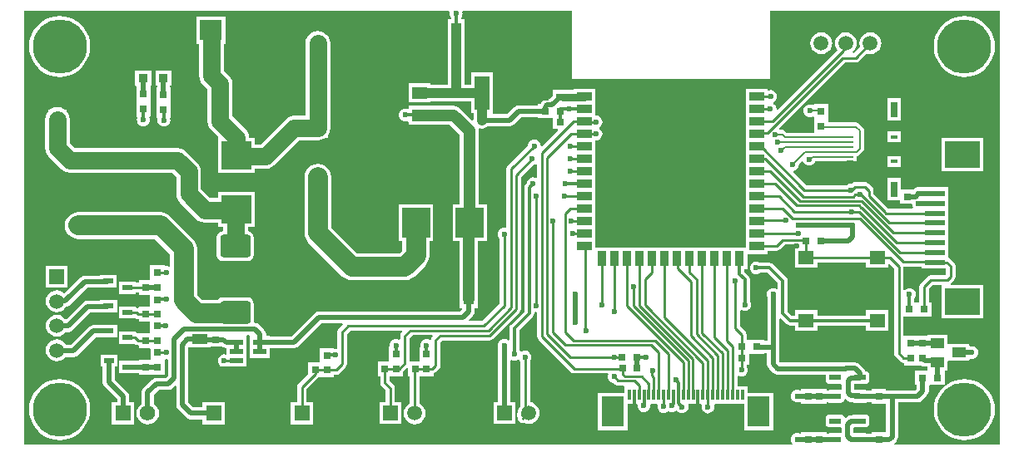
<source format=gbr>
%TF.GenerationSoftware,Altium Limited,Altium Designer,23.4.1 (23)*%
G04 Layer_Physical_Order=1*
G04 Layer_Color=255*
%FSLAX45Y45*%
%MOMM*%
%TF.SameCoordinates,D6ADF24A-3376-43E2-8D1E-8FFFCD63A60F*%
%TF.FilePolarity,Positive*%
%TF.FileFunction,Copper,L1,Top,Signal*%
%TF.Part,Single*%
G01*
G75*
%TA.AperFunction,SMDPad,CuDef*%
%ADD10R,0.70000X0.25000*%
%ADD11R,0.65000X0.40000*%
%ADD12R,0.65000X1.60000*%
%ADD13R,0.95000X0.85000*%
%ADD14R,1.50000X1.30000*%
%ADD15R,1.50000X3.50000*%
%ADD16R,1.34000X0.59000*%
%ADD17R,2.85000X3.10000*%
%ADD18R,2.28000X2.12000*%
%ADD19R,1.00000X1.60000*%
G04:AMPARAMS|DCode=20|XSize=2.33mm|YSize=3.07mm|CornerRadius=0.29125mm|HoleSize=0mm|Usage=FLASHONLY|Rotation=270.000|XOffset=0mm|YOffset=0mm|HoleType=Round|Shape=RoundedRectangle|*
%AMROUNDEDRECTD20*
21,1,2.33000,2.48750,0,0,270.0*
21,1,1.74750,3.07000,0,0,270.0*
1,1,0.58250,-1.24375,-0.87375*
1,1,0.58250,-1.24375,0.87375*
1,1,0.58250,1.24375,0.87375*
1,1,0.58250,1.24375,-0.87375*
%
%ADD20ROUNDEDRECTD20*%
%ADD21R,1.60000X1.40000*%
%TA.AperFunction,BGAPad,CuDef*%
%ADD22R,0.90000X0.90000*%
%TA.AperFunction,SMDPad,CuDef*%
%ADD23R,1.50000X0.90000*%
%ADD24R,0.90000X1.50000*%
%ADD25R,0.75000X0.80000*%
%ADD26R,1.00000X0.55000*%
%TA.AperFunction,ConnectorPad*%
%ADD27R,2.00000X0.61000*%
%ADD28R,3.60000X2.68000*%
%TA.AperFunction,SMDPad,CuDef*%
%ADD29R,0.30000X1.10000*%
%ADD30R,2.30000X3.10000*%
G04:AMPARAMS|DCode=31|XSize=1.21mm|YSize=0.59mm|CornerRadius=0.02655mm|HoleSize=0mm|Usage=FLASHONLY|Rotation=180.000|XOffset=0mm|YOffset=0mm|HoleType=Round|Shape=RoundedRectangle|*
%AMROUNDEDRECTD31*
21,1,1.21000,0.53690,0,0,180.0*
21,1,1.15690,0.59000,0,0,180.0*
1,1,0.05310,-0.57845,0.26845*
1,1,0.05310,0.57845,0.26845*
1,1,0.05310,0.57845,-0.26845*
1,1,0.05310,-0.57845,-0.26845*
%
%ADD31ROUNDEDRECTD31*%
%ADD32R,1.40000X1.00000*%
%ADD33R,0.80000X0.75000*%
%ADD34R,1.60000X1.00000*%
%ADD35R,3.10000X2.85000*%
%TA.AperFunction,Conductor*%
%ADD36C,0.20000*%
%ADD37C,0.25000*%
%ADD38C,0.25400*%
%ADD39C,0.30000*%
%ADD40C,0.50000*%
%ADD41C,1.00000*%
%ADD42C,1.20000*%
%ADD43C,1.80000*%
%ADD44C,2.00000*%
%ADD45C,0.75000*%
%TA.AperFunction,ComponentPad*%
%ADD46C,1.50800*%
%ADD47R,1.50800X1.50800*%
%ADD48R,1.20000X1.20000*%
%ADD49C,1.20000*%
%ADD50C,1.10000*%
%ADD51R,1.10000X1.10000*%
%ADD52C,0.60000*%
%ADD53R,1.65000X1.65000*%
%ADD54C,1.65000*%
%ADD55C,1.40000*%
%ADD56R,1.40000X1.40000*%
%ADD57R,1.57500X1.57500*%
%ADD58C,1.57500*%
%ADD59R,1.50800X1.50800*%
%TA.AperFunction,ViaPad*%
%ADD60C,5.50000*%
%ADD61C,0.60000*%
G36*
X9959216Y40783D02*
X8888970D01*
X8883709Y53483D01*
X8908258Y78032D01*
X8921519Y97878D01*
X8926175Y121289D01*
Y472825D01*
X9123000D01*
X9146411Y477481D01*
X9166258Y490742D01*
X9219558Y544043D01*
X9232819Y563889D01*
X9237476Y587300D01*
Y641020D01*
X9246456Y650000D01*
X9251300D01*
Y649999D01*
X9251301D01*
Y650000D01*
X9389991D01*
X9395828Y649999D01*
X9400514Y637300D01*
X9380119Y619881D01*
X9348429Y582777D01*
X9322934Y541172D01*
X9304261Y496091D01*
X9292870Y448645D01*
X9289041Y400000D01*
X9292870Y351355D01*
X9304261Y303908D01*
X9322934Y258828D01*
X9348429Y217223D01*
X9380119Y180119D01*
X9417223Y148429D01*
X9458828Y122934D01*
X9503908Y104261D01*
X9551355Y92870D01*
X9600000Y89041D01*
X9648644Y92870D01*
X9696091Y104261D01*
X9741172Y122934D01*
X9782777Y148429D01*
X9819881Y180119D01*
X9851571Y217223D01*
X9877066Y258828D01*
X9895739Y303908D01*
X9907130Y351355D01*
X9910958Y400000D01*
X9907130Y448645D01*
X9895739Y496091D01*
X9877066Y541172D01*
X9851571Y582777D01*
X9819881Y619881D01*
X9782777Y651571D01*
X9741172Y677066D01*
X9696091Y695739D01*
X9648644Y707130D01*
X9600000Y710958D01*
X9551355Y707130D01*
X9503908Y695739D01*
X9458828Y677066D01*
X9417223Y651571D01*
X9413243Y648171D01*
X9401301Y654673D01*
X9401300Y660434D01*
Y795000D01*
X9411929Y800000D01*
X9431000D01*
Y888483D01*
X9441000Y895000D01*
X9443700Y895000D01*
X9651000D01*
Y909991D01*
X9651080Y910061D01*
X9663700Y917730D01*
X9677300Y915939D01*
X9694269Y918173D01*
X9710080Y924723D01*
X9723658Y935142D01*
X9734077Y948720D01*
X9740627Y964532D01*
X9742861Y981500D01*
X9740627Y998469D01*
X9734077Y1014280D01*
X9723658Y1027858D01*
X9710080Y1038277D01*
X9694269Y1044827D01*
X9677300Y1047061D01*
X9663700Y1045270D01*
X9654813Y1050671D01*
X9651000Y1054708D01*
Y1065000D01*
X9443700D01*
X9441000Y1065000D01*
X9431000Y1071517D01*
Y1160000D01*
X9221000D01*
Y1150000D01*
X9099500D01*
Y1149000D01*
X8984500D01*
X8981430Y1160429D01*
Y1349499D01*
X9103300D01*
X9115999Y1349499D01*
Y1349499D01*
X9116001D01*
Y1349499D01*
X9266000D01*
Y1494499D01*
X9239431D01*
Y1630939D01*
X9278061Y1669570D01*
X9365000D01*
Y1332000D01*
X9795000D01*
Y1670000D01*
X9464520D01*
X9460667Y1682700D01*
X9462245Y1683755D01*
X9496246Y1717755D01*
X9506744Y1733467D01*
X9510431Y1752000D01*
Y1861000D01*
X9506744Y1879533D01*
X9496246Y1895245D01*
X9457245Y1934246D01*
X9441534Y1944744D01*
X9435000Y1946044D01*
Y2034500D01*
Y2134500D01*
Y2234500D01*
Y2334500D01*
Y2434500D01*
Y2534500D01*
Y2665500D01*
X9165000D01*
Y2665500D01*
X9152744Y2664427D01*
X9152300Y2664415D01*
X9136000Y2666561D01*
X9119032Y2664327D01*
X9103220Y2657777D01*
X9089642Y2647358D01*
X9087065Y2644000D01*
X8953000D01*
Y2761000D01*
X8818000D01*
Y2531000D01*
X8947500D01*
Y2494000D01*
X9067365D01*
X9068874Y2482536D01*
X9075424Y2466724D01*
X9079716Y2461130D01*
X9073453Y2448430D01*
X8822617D01*
X8820323Y2450724D01*
X8819174Y2452445D01*
X8676634Y2594985D01*
Y2629000D01*
X8672932Y2647612D01*
X8662390Y2663390D01*
X8662389Y2663391D01*
X8620390Y2705390D01*
X8604612Y2715932D01*
X8586000Y2719635D01*
X8585999Y2719634D01*
X8490180D01*
X8490179Y2719635D01*
X8471568Y2715932D01*
X8455789Y2705390D01*
X8455789Y2705389D01*
X8450383Y2699984D01*
X8446000Y2700561D01*
X8429032Y2698327D01*
X8413220Y2691777D01*
X8403237Y2684117D01*
X7994705D01*
X7860239Y2818583D01*
X7864791Y2831992D01*
X7869969Y2832673D01*
X7885780Y2839223D01*
X7899358Y2849642D01*
X7909777Y2863220D01*
X7916327Y2879032D01*
X7918561Y2896000D01*
X7918482Y2896596D01*
X7948146Y2926260D01*
X7963127Y2923280D01*
X7965223Y2918220D01*
X7975642Y2904642D01*
X7989220Y2894223D01*
X8005031Y2887673D01*
X8022000Y2885439D01*
X8038968Y2887673D01*
X8054780Y2894223D01*
X8068358Y2904642D01*
X8078777Y2918220D01*
X8083292Y2929118D01*
X8363000D01*
Y2928500D01*
X8503000D01*
Y2980516D01*
X8518558Y2983611D01*
X8533443Y2993557D01*
X8567443Y3027557D01*
X8577389Y3042442D01*
X8580881Y3060000D01*
Y3242000D01*
X8577389Y3259558D01*
X8567443Y3274443D01*
X8529443Y3312443D01*
X8514559Y3322389D01*
X8497000Y3325881D01*
X8225480D01*
X8216500Y3334862D01*
X8216500Y3362000D01*
X8216500Y3374700D01*
Y3512000D01*
X8071500D01*
Y3506651D01*
X8058800Y3501598D01*
X8044968Y3507327D01*
X8028000Y3509561D01*
X8011031Y3507327D01*
X7995220Y3500777D01*
X7981642Y3490358D01*
X7971223Y3476780D01*
X7964673Y3460968D01*
X7962439Y3444000D01*
X7964673Y3427031D01*
X7971223Y3411219D01*
X7981642Y3397642D01*
X7995220Y3387223D01*
X8011031Y3380673D01*
X8028000Y3378439D01*
X8044968Y3380673D01*
X8058800Y3386402D01*
X8071500Y3381349D01*
X8071499Y3362000D01*
X8071500Y3349300D01*
Y3221882D01*
X7795005D01*
X7780443Y3236443D01*
X7765558Y3246389D01*
X7748000Y3249881D01*
X7723724D01*
X7723358Y3250358D01*
X7717697Y3254702D01*
X7716866Y3267375D01*
X8384061Y3934569D01*
X8495000D01*
X8513534Y3938256D01*
X8529246Y3948754D01*
X8607934Y4027443D01*
X8615180Y4024442D01*
X8644000Y4020648D01*
X8672820Y4024442D01*
X8699677Y4035566D01*
X8722738Y4053262D01*
X8740434Y4076324D01*
X8751559Y4103180D01*
X8755353Y4132000D01*
X8751559Y4160820D01*
X8740434Y4187676D01*
X8722738Y4210738D01*
X8699677Y4228434D01*
X8672820Y4239558D01*
X8644000Y4243353D01*
X8615180Y4239558D01*
X8588324Y4228434D01*
X8565262Y4210738D01*
X8547566Y4187676D01*
X8536442Y4160820D01*
X8532648Y4132000D01*
X8536442Y4103180D01*
X8539443Y4095934D01*
X8477045Y4033536D01*
X8469244Y4034573D01*
X8465693Y4047856D01*
X8472738Y4053262D01*
X8490434Y4076324D01*
X8501558Y4103180D01*
X8505352Y4132000D01*
X8501558Y4160820D01*
X8490434Y4187676D01*
X8472738Y4210738D01*
X8449676Y4228434D01*
X8422820Y4239558D01*
X8394000Y4243353D01*
X8365180Y4239558D01*
X8338323Y4228434D01*
X8315261Y4210738D01*
X8297566Y4187676D01*
X8286441Y4160820D01*
X8282647Y4132000D01*
X8286441Y4103180D01*
X8297566Y4076324D01*
X8308536Y4062027D01*
X7701097Y3454588D01*
X7689068Y3460520D01*
X7689370Y3462809D01*
X7687136Y3479777D01*
X7680586Y3495589D01*
X7670167Y3509167D01*
X7658597Y3518046D01*
X7658071Y3526087D01*
X7659452Y3532147D01*
X7661589Y3533032D01*
X7675167Y3543451D01*
X7685586Y3557029D01*
X7692136Y3572840D01*
X7694370Y3589809D01*
X7692136Y3606777D01*
X7685586Y3622589D01*
X7675167Y3636167D01*
X7661589Y3646586D01*
X7645777Y3653136D01*
X7628809Y3655370D01*
X7611841Y3653136D01*
X7609548Y3652186D01*
X7598989Y3659242D01*
Y3669809D01*
X7378989D01*
Y3509809D01*
Y3382809D01*
Y3255809D01*
Y3128809D01*
Y3001809D01*
Y2874809D01*
Y2747809D01*
Y2620809D01*
Y2493809D01*
Y2366809D01*
Y2239809D01*
Y2112809D01*
Y2050809D01*
X5848989D01*
Y2112809D01*
Y2239809D01*
Y2366809D01*
Y2493809D01*
Y2620809D01*
Y2747809D01*
Y2874809D01*
Y3001809D01*
Y3139921D01*
X5853000Y3143439D01*
X5869968Y3145673D01*
X5885780Y3152223D01*
X5899358Y3162642D01*
X5909777Y3176220D01*
X5916327Y3192031D01*
X5918561Y3209000D01*
X5916327Y3225968D01*
X5909777Y3241780D01*
X5899358Y3255358D01*
X5891522Y3261371D01*
X5891287Y3261815D01*
Y3276185D01*
X5891522Y3276629D01*
X5899358Y3282642D01*
X5909777Y3296219D01*
X5916327Y3312031D01*
X5918561Y3329000D01*
X5916327Y3345968D01*
X5909777Y3361780D01*
X5899358Y3375358D01*
X5885780Y3385777D01*
X5869968Y3392327D01*
X5853000Y3394561D01*
X5848989Y3398079D01*
Y3509809D01*
Y3669809D01*
X5628989D01*
Y3657530D01*
X5514404D01*
X5506581Y3656500D01*
X5411000D01*
Y3590655D01*
X5383021Y3562675D01*
X5357500D01*
X5334089Y3558019D01*
X5314242Y3544758D01*
X5294743Y3525258D01*
X5286218Y3512500D01*
X5263000D01*
Y3501175D01*
X5068000D01*
X5044589Y3496519D01*
X5024743Y3483257D01*
X4950660Y3409175D01*
X4812378D01*
X4802919Y3417000D01*
Y3699090D01*
X4804095Y3705000D01*
X4802919Y3710910D01*
Y3837000D01*
X4582920D01*
Y3712733D01*
X4517122D01*
Y4092016D01*
Y4262016D01*
X4516388Y4267588D01*
Y4377016D01*
X4481979D01*
Y4393664D01*
X4487777Y4401220D01*
X4494327Y4417032D01*
X4496560Y4434000D01*
X4494913Y4446516D01*
X4503113Y4459216D01*
X5612000D01*
X5612000Y3770314D01*
X7621001Y3770315D01*
Y4459216D01*
X9959216D01*
Y40783D01*
D02*
G37*
G36*
X4367087Y4446516D02*
X4365439Y4434000D01*
X4367673Y4417032D01*
X4374223Y4401220D01*
X4380020Y4393664D01*
Y4377016D01*
X4346388D01*
Y4267588D01*
X4345655Y4262016D01*
Y4092016D01*
Y3712733D01*
X4172999D01*
Y3727000D01*
X3953000D01*
Y3527000D01*
X4172999D01*
Y3541266D01*
X4582920D01*
Y3417000D01*
X4608266D01*
Y3352203D01*
X4596314Y3346195D01*
X4476354Y3466154D01*
X4456510Y3481382D01*
X4433400Y3490954D01*
X4408600Y3494219D01*
X4172999D01*
Y3498400D01*
X3953000D01*
Y3468151D01*
X3940299Y3459876D01*
X3931968Y3463327D01*
X3915000Y3465561D01*
X3898031Y3463327D01*
X3882220Y3456777D01*
X3868641Y3446358D01*
X3858223Y3432781D01*
X3851673Y3416969D01*
X3849439Y3400000D01*
X3851673Y3383032D01*
X3858223Y3367220D01*
X3868641Y3353642D01*
X3882220Y3343223D01*
X3898031Y3336673D01*
X3915000Y3334439D01*
X3931968Y3336673D01*
X3940299Y3340124D01*
X3953000Y3331849D01*
Y3298400D01*
X4172999D01*
Y3302580D01*
X4368910D01*
X4470180Y3201310D01*
Y2770000D01*
Y2493000D01*
X4394500D01*
Y2113000D01*
X4464180D01*
Y1523000D01*
X4467445Y1498200D01*
X4470000Y1492033D01*
Y1433000D01*
X4488525D01*
X4493786Y1420300D01*
X4474661Y1401176D01*
X3039000D01*
X3015589Y1396519D01*
X2995743Y1383258D01*
X2759661Y1147176D01*
X2539000D01*
Y1150500D01*
X2498176D01*
Y1170999D01*
X2493519Y1194410D01*
X2480258Y1214257D01*
X2430257Y1264258D01*
X2410411Y1277519D01*
X2387000Y1282175D01*
X2380598D01*
X2372542Y1291993D01*
X2374756Y1303125D01*
Y1477875D01*
X2369779Y1502895D01*
X2355606Y1524107D01*
X2334395Y1538279D01*
X2309375Y1543256D01*
X2060625D01*
X2035605Y1538279D01*
X2014393Y1524107D01*
X2009087Y1516165D01*
X1848401D01*
X1796165Y1568401D01*
Y2037000D01*
X1791525Y2072242D01*
X1783557Y2091480D01*
X1777922Y2105083D01*
X1756283Y2133283D01*
X1519283Y2370283D01*
X1491083Y2391922D01*
X1458242Y2405525D01*
X1423000Y2410165D01*
X588000D01*
X552758Y2405525D01*
X519917Y2391922D01*
X491717Y2370283D01*
X470078Y2342082D01*
X456475Y2309242D01*
X451835Y2274000D01*
X456475Y2238758D01*
X470078Y2205918D01*
X491717Y2177717D01*
X519917Y2156078D01*
X552758Y2142475D01*
X588000Y2137835D01*
X1366599D01*
X1523835Y1980599D01*
Y1862316D01*
X1511135Y1855116D01*
X1500968Y1859327D01*
X1484000Y1861561D01*
X1474800Y1860350D01*
X1462100Y1870029D01*
Y1871000D01*
X1317100D01*
Y1721001D01*
X1304400Y1721000D01*
X1203100D01*
Y1690635D01*
X1171600D01*
Y1704500D01*
X1001600D01*
Y1579501D01*
X1171600D01*
Y1593366D01*
X1203100D01*
Y1571000D01*
X1317100D01*
Y1445001D01*
X1304400Y1445000D01*
X1205100D01*
Y1442105D01*
X1192400Y1434691D01*
X1177600Y1437635D01*
X1172600Y1448406D01*
Y1451500D01*
X1002601D01*
Y1326500D01*
X1172600D01*
X1172600Y1326500D01*
X1177548Y1325362D01*
X1177988Y1325068D01*
X1196600Y1321366D01*
X1205100D01*
Y1295000D01*
X1319100D01*
Y1177000D01*
X1205100D01*
Y1177000D01*
X1192400Y1173789D01*
X1180212Y1181932D01*
X1172600Y1183446D01*
Y1196500D01*
X1002600D01*
Y1071500D01*
X1158320D01*
X1160210Y1069610D01*
X1175989Y1059068D01*
X1194600Y1055365D01*
X1205100Y1048269D01*
Y1027000D01*
X1311714D01*
X1324000Y1016330D01*
X1324000Y904800D01*
X1311301Y904800D01*
X1204001D01*
Y894975D01*
X1174000D01*
Y895501D01*
X1004000D01*
Y770501D01*
X1174000D01*
Y772624D01*
X1204001D01*
Y754800D01*
X1469000D01*
Y892100D01*
X1469000Y908784D01*
X1478549Y917157D01*
X1484000Y916439D01*
X1490124Y917246D01*
X1502825Y906196D01*
Y745340D01*
X1480660Y723176D01*
X1383000D01*
X1359589Y718519D01*
X1339742Y705258D01*
X1251743Y617258D01*
X1238482Y597412D01*
X1233825Y574001D01*
Y458437D01*
X1213873Y443127D01*
X1195640Y419366D01*
X1184178Y391695D01*
X1180269Y362000D01*
X1184178Y332305D01*
X1195640Y304634D01*
X1213873Y280873D01*
X1237635Y262640D01*
X1265306Y251178D01*
X1295000Y247269D01*
X1324695Y251178D01*
X1352366Y262640D01*
X1376128Y280873D01*
X1394361Y304634D01*
X1405822Y332305D01*
X1409732Y362000D01*
X1405822Y391695D01*
X1394361Y419366D01*
X1376128Y443127D01*
X1356176Y458437D01*
Y548661D01*
X1408340Y600825D01*
X1506000D01*
X1529411Y605481D01*
X1549258Y618743D01*
X1573091Y642577D01*
X1584825Y637716D01*
Y445000D01*
X1589481Y421589D01*
X1602743Y401742D01*
X1686243Y318242D01*
X1706089Y304981D01*
X1729500Y300325D01*
X1854250D01*
Y247250D01*
X2081749D01*
Y474750D01*
X1854250D01*
Y422675D01*
X1754840D01*
X1707175Y470339D01*
Y1017642D01*
X1708000Y1030000D01*
X1938000D01*
Y1038000D01*
X2055500D01*
X2055500Y1038000D01*
Y1038000D01*
X2065508Y1031874D01*
X2069089Y1029481D01*
X2092500Y1024825D01*
X2097001D01*
Y1021500D01*
X2097001D01*
Y970160D01*
X2095399Y967693D01*
X2084534Y960081D01*
X2084301Y960073D01*
X2073000Y961561D01*
X2056032Y959327D01*
X2040220Y952777D01*
X2026642Y942358D01*
X2016223Y928780D01*
X2009673Y912968D01*
X2007439Y896000D01*
X2009673Y879032D01*
X2016223Y863220D01*
X2026642Y849642D01*
X2040220Y839223D01*
X2056032Y832673D01*
X2073000Y830439D01*
X2084301Y831927D01*
X2097001Y831500D01*
X2097001Y831500D01*
X2097001Y831500D01*
X2301000D01*
Y926501D01*
X2301000D01*
Y1055500D01*
X2301000D01*
Y1150500D01*
X2309149Y1159825D01*
X2326852D01*
X2335001Y1150500D01*
Y1055500D01*
X2335000D01*
Y926501D01*
X2539000D01*
Y1021500D01*
X2539000D01*
Y1024825D01*
X2785000D01*
X2808411Y1029481D01*
X2828258Y1042743D01*
X3064340Y1278825D01*
X3275452D01*
X3280312Y1267091D01*
X3237610Y1224390D01*
X3227068Y1208612D01*
X3223365Y1190000D01*
X3223366Y1189999D01*
Y1027914D01*
X3210665Y1017552D01*
X3203000Y1018561D01*
X3200049Y1018172D01*
X3190500Y1026546D01*
Y1027000D01*
X3045500D01*
Y877001D01*
X3032800Y877000D01*
X2927500D01*
Y760279D01*
X2827610Y660390D01*
X2817068Y644612D01*
X2813365Y626000D01*
X2813366Y625999D01*
Y474750D01*
X2748250D01*
Y247250D01*
X2975750D01*
Y474750D01*
X2910635D01*
Y605855D01*
X3031780Y727000D01*
X3190500D01*
Y753366D01*
X3211998D01*
X3212000Y753365D01*
X3230611Y757068D01*
X3246389Y767610D01*
X3306389Y827610D01*
X3306390Y827610D01*
X3316932Y843389D01*
X3320634Y862000D01*
Y1169855D01*
X3355145Y1204366D01*
X3880992D01*
X3885853Y1192632D01*
X3875610Y1182390D01*
X3865068Y1166612D01*
X3861365Y1148000D01*
X3861366Y1147999D01*
Y1117786D01*
X3848665Y1110896D01*
X3837969Y1115327D01*
X3821000Y1117561D01*
X3804032Y1115327D01*
X3788220Y1108777D01*
X3774642Y1098358D01*
X3764223Y1084781D01*
X3757673Y1068969D01*
X3755440Y1052000D01*
X3756136Y1046708D01*
X3748500Y1038000D01*
X3748500D01*
Y888001D01*
X3735800Y888000D01*
X3634500D01*
Y738000D01*
X3658366D01*
Y672001D01*
X3658366Y672000D01*
X3662068Y653388D01*
X3672610Y637610D01*
X3711366Y598855D01*
Y471400D01*
X3649600D01*
Y250600D01*
X3870400D01*
Y471400D01*
X3808634D01*
Y619000D01*
X3804932Y637612D01*
X3794390Y653390D01*
X3794389Y653390D01*
X3755635Y692145D01*
Y738000D01*
X3893500D01*
Y784720D01*
X3931767Y822987D01*
X3943500Y818127D01*
Y737000D01*
X3961366D01*
Y460351D01*
X3954324Y457434D01*
X3931262Y439738D01*
X3913566Y416676D01*
X3902442Y389820D01*
X3898648Y361000D01*
X3902442Y332180D01*
X3913566Y305324D01*
X3931262Y282262D01*
X3954324Y264566D01*
X3981180Y253442D01*
X4010000Y249647D01*
X4038820Y253442D01*
X4065676Y264566D01*
X4088738Y282262D01*
X4106434Y305324D01*
X4117558Y332180D01*
X4121353Y361000D01*
X4117558Y389820D01*
X4106434Y416676D01*
X4088738Y439738D01*
X4065676Y457434D01*
X4058635Y460351D01*
Y737000D01*
X4203500D01*
Y766847D01*
X4204612Y767068D01*
X4220390Y777610D01*
X4257389Y814610D01*
X4257390Y814611D01*
X4267933Y830389D01*
X4271635Y849000D01*
Y1086855D01*
X4290145Y1105366D01*
X4771999D01*
X4772000Y1105365D01*
X4790612Y1109068D01*
X4806390Y1119610D01*
X5075390Y1388610D01*
X5085932Y1404388D01*
X5089635Y1423000D01*
X5089634Y1423001D01*
Y2769855D01*
X5210707Y2890927D01*
X5223968Y2892673D01*
X5239780Y2899223D01*
X5243870Y2902360D01*
X5256570Y2896098D01*
Y2765390D01*
X5243869Y2759206D01*
X5231968Y2764136D01*
X5215000Y2766370D01*
X5198032Y2764136D01*
X5182220Y2757586D01*
X5168642Y2747167D01*
X5158223Y2733589D01*
X5151673Y2717777D01*
X5150430Y2708335D01*
X5137952Y2695857D01*
X5126901Y2679318D01*
X5123020Y2659809D01*
Y1400117D01*
X4988952Y1266048D01*
X4977901Y1249509D01*
X4974021Y1230000D01*
Y1110022D01*
X4961321Y1103759D01*
X4954780Y1108777D01*
X4938969Y1115327D01*
X4922000Y1117561D01*
X4905032Y1115327D01*
X4889220Y1108777D01*
X4875642Y1098358D01*
X4865223Y1084780D01*
X4858673Y1068968D01*
X4856439Y1052000D01*
X4858673Y1035031D01*
X4858825Y1034666D01*
Y474400D01*
X4809600D01*
Y253600D01*
X5030400D01*
Y474400D01*
X4981175D01*
Y900674D01*
X4993875Y905537D01*
X5008032Y899673D01*
X5025000Y897439D01*
X5041969Y899673D01*
X5057780Y906223D01*
X5059142Y907268D01*
X5074605Y903125D01*
X5076223Y899219D01*
X5085569Y887039D01*
Y435320D01*
X5073566Y419676D01*
X5062442Y392820D01*
X5060141Y375341D01*
X5054256Y366534D01*
X5050570Y348000D01*
X5054256Y329467D01*
X5060257Y320485D01*
X5058570Y312000D01*
X5062256Y293467D01*
X5072754Y277755D01*
X5076755Y273755D01*
X5092467Y263256D01*
X5111000Y259570D01*
X5126287Y262611D01*
X5141180Y256442D01*
X5170000Y252647D01*
X5198820Y256442D01*
X5225676Y267566D01*
X5248738Y285262D01*
X5266434Y308324D01*
X5277558Y335180D01*
X5281353Y364000D01*
X5277558Y392820D01*
X5266434Y419676D01*
X5248738Y442738D01*
X5225676Y460434D01*
X5198820Y471558D01*
X5182430Y473716D01*
Y889645D01*
X5189777Y899219D01*
X5196327Y915031D01*
X5198561Y932000D01*
X5196327Y948968D01*
X5189777Y964780D01*
X5179358Y978358D01*
X5165780Y988777D01*
X5149968Y995327D01*
X5133000Y997561D01*
X5116031Y995327D01*
X5100220Y988777D01*
X5098858Y987732D01*
X5083395Y991875D01*
X5081777Y995781D01*
X5075980Y1003336D01*
Y1208884D01*
X5210048Y1342952D01*
X5221099Y1359491D01*
X5224980Y1379000D01*
Y1383936D01*
X5237680Y1395074D01*
X5242500Y1394439D01*
X5247021Y1395034D01*
X5256570Y1386661D01*
Y1144026D01*
X5256365Y1143000D01*
X5260068Y1124388D01*
X5270610Y1108610D01*
X5596610Y782611D01*
X5596610Y782610D01*
X5612388Y772068D01*
X5631000Y768365D01*
X5970621D01*
X5977677Y757806D01*
X5975673Y752969D01*
X5973439Y736000D01*
X5975673Y719032D01*
X5982223Y703220D01*
X5992642Y689642D01*
X6006220Y679223D01*
X6022032Y672673D01*
X6035626Y670884D01*
X6042754Y663755D01*
X6042755Y663755D01*
X6042756Y663754D01*
X6050077Y656432D01*
X6065789Y645934D01*
X6084323Y642247D01*
X6131060D01*
X6142001Y637999D01*
Y568000D01*
X5875001D01*
Y188000D01*
X6175001D01*
Y458000D01*
X6242000D01*
Y458000D01*
X6242001Y458000D01*
X6265298Y458000D01*
X6276269Y445300D01*
X6275439Y439000D01*
X6277673Y422031D01*
X6284223Y406220D01*
X6294642Y392642D01*
X6308220Y382223D01*
X6324032Y375673D01*
X6341000Y373439D01*
X6357968Y375673D01*
X6373780Y382223D01*
X6387358Y392642D01*
X6397777Y406220D01*
X6404327Y422031D01*
X6406561Y439000D01*
X6405731Y445300D01*
X6416702Y458000D01*
X6472935D01*
X6478498Y449674D01*
X6479493Y445300D01*
X6477440Y429707D01*
X6479674Y412738D01*
X6486224Y396926D01*
X6496642Y383348D01*
X6510220Y372930D01*
X6526032Y366380D01*
X6543001Y364146D01*
X6559969Y366380D01*
X6575781Y372930D01*
X6588753Y382883D01*
X6592220Y380223D01*
X6608031Y373673D01*
X6625000Y371439D01*
X6641968Y373673D01*
X6657780Y380223D01*
X6671358Y390642D01*
X6675510D01*
X6682642Y381348D01*
X6696220Y370929D01*
X6712032Y364380D01*
X6729000Y362146D01*
X6745968Y364380D01*
X6761780Y370929D01*
X6775358Y381348D01*
X6785777Y394926D01*
X6792327Y410738D01*
X6794561Y427706D01*
X6792327Y444675D01*
X6791181Y447440D01*
X6798237Y458000D01*
X6924592D01*
X6931648Y447440D01*
X6929674Y442675D01*
X6927440Y425707D01*
X6929674Y408738D01*
X6936224Y392926D01*
X6946642Y379348D01*
X6960221Y368930D01*
X6976032Y362380D01*
X6993001Y360146D01*
X7009969Y362380D01*
X7025781Y368930D01*
X7039359Y379348D01*
X7049778Y392926D01*
X7056328Y408738D01*
X7058561Y425707D01*
X7056328Y442675D01*
X7054354Y447440D01*
X7061410Y458000D01*
X7359001D01*
Y188000D01*
X7659001D01*
Y568000D01*
X7392001D01*
Y638000D01*
X7290431D01*
Y738417D01*
X7303131Y743431D01*
X7317032Y737673D01*
X7334000Y735439D01*
X7350969Y737673D01*
X7366781Y744223D01*
X7380358Y754642D01*
X7390777Y768219D01*
X7397327Y784031D01*
X7399561Y801000D01*
X7397327Y817968D01*
X7390777Y833780D01*
X7387430Y838142D01*
Y854500D01*
X7414000D01*
Y954800D01*
X7414001Y967500D01*
X7564000D01*
Y975738D01*
X7593825D01*
Y860000D01*
X7598481Y836589D01*
X7611742Y816743D01*
X7654743Y773742D01*
X7674589Y760481D01*
X7698000Y755824D01*
X8186996D01*
X8190262Y751844D01*
Y698155D01*
X8193185Y683463D01*
X8201507Y671007D01*
X8213963Y662685D01*
X8228655Y659762D01*
X8344345D01*
X8346007Y660093D01*
X8355825Y652036D01*
Y607963D01*
X8346007Y599906D01*
X8344345Y600237D01*
X8228655D01*
X8213963Y597315D01*
X8212257Y596175D01*
X8198500D01*
Y611000D01*
X7940500D01*
Y597175D01*
X7922162D01*
X7916968Y599326D01*
X7900000Y601560D01*
X7883031Y599326D01*
X7867219Y592777D01*
X7853642Y582358D01*
X7843223Y568780D01*
X7836673Y552968D01*
X7834439Y536000D01*
X7836673Y519031D01*
X7843223Y503219D01*
X7853642Y489641D01*
X7867219Y479223D01*
X7883031Y472673D01*
X7900000Y470439D01*
X7916968Y472673D01*
X7922162Y474824D01*
X7940500D01*
Y461000D01*
X8198500D01*
Y473824D01*
X8212257D01*
X8213963Y472685D01*
X8228655Y469762D01*
X8344345D01*
X8359037Y472685D01*
X8371493Y481007D01*
X8379815Y493463D01*
X8381349Y501175D01*
X8395130Y505355D01*
X8404242Y496242D01*
X8424089Y482981D01*
X8447500Y478324D01*
X8456522D01*
X8464962Y472685D01*
X8479654Y469762D01*
X8595344D01*
X8610036Y472685D01*
X8611742Y473824D01*
X8657500D01*
Y459000D01*
X8802500D01*
X8803825Y446848D01*
Y179151D01*
X8802500Y167000D01*
X8657500D01*
Y154175D01*
X8611741D01*
X8610036Y155314D01*
X8595344Y158237D01*
X8479654D01*
X8473175Y163554D01*
Y212445D01*
X8479654Y217762D01*
X8595344D01*
X8610036Y220685D01*
X8622492Y229007D01*
X8630814Y241463D01*
X8633737Y256155D01*
Y309844D01*
X8630814Y324536D01*
X8622492Y336992D01*
X8610036Y345314D01*
X8595344Y348237D01*
X8479654D01*
X8464962Y345314D01*
X8461003Y342669D01*
X8444494D01*
X8421083Y338013D01*
X8401237Y324751D01*
X8394134Y317648D01*
X8380353Y321829D01*
X8379815Y324536D01*
X8371492Y336992D01*
X8359037Y345314D01*
X8344344Y348237D01*
X8228655D01*
X8213962Y345314D01*
X8201507Y336992D01*
X8193185Y324536D01*
X8190262Y309844D01*
Y256155D01*
X8193185Y241463D01*
X8201507Y229007D01*
X8213962Y220685D01*
X8228655Y217762D01*
X8344344D01*
X8350825Y212444D01*
Y163555D01*
X8344344Y158237D01*
X8228655D01*
X8213962Y155314D01*
X8212257Y154175D01*
X8198500D01*
Y168999D01*
X7940500D01*
Y155175D01*
X7922162D01*
X7916968Y157326D01*
X7900000Y159560D01*
X7883031Y157326D01*
X7867219Y150777D01*
X7853641Y140358D01*
X7843223Y126780D01*
X7836673Y110968D01*
X7834439Y94000D01*
X7836673Y77031D01*
X7843223Y61219D01*
X7849159Y53483D01*
X7842896Y40783D01*
X40784D01*
Y4459216D01*
X4358886D01*
X4367087Y4446516D01*
D02*
G37*
G36*
X5263000Y3367500D02*
X5413000D01*
X5413008Y3354803D01*
Y3256880D01*
X5464796D01*
X5469656Y3245147D01*
X5304743Y3080234D01*
X5295111Y3084002D01*
X5292443Y3085895D01*
X5290327Y3101968D01*
X5283777Y3117780D01*
X5273358Y3131358D01*
X5259780Y3141777D01*
X5243968Y3148327D01*
X5227000Y3150561D01*
X5210031Y3148327D01*
X5194219Y3141777D01*
X5180642Y3131358D01*
X5170223Y3117780D01*
X5163673Y3101968D01*
X5161927Y3088707D01*
X4958610Y2885390D01*
X4948068Y2869611D01*
X4944365Y2851000D01*
X4944366Y2850999D01*
Y2259605D01*
X4931665Y2251025D01*
X4920000Y2252561D01*
X4903032Y2250327D01*
X4887220Y2243777D01*
X4873642Y2233358D01*
X4863223Y2219780D01*
X4856673Y2203968D01*
X4854439Y2187000D01*
X4856673Y2170031D01*
X4863223Y2154220D01*
X4871366Y2143608D01*
Y1480145D01*
X4692855Y1301634D01*
X4564743D01*
X4559883Y1313368D01*
X4603257Y1356742D01*
X4616518Y1376589D01*
X4621175Y1399999D01*
Y1433000D01*
X4649999D01*
Y1492033D01*
X4652554Y1498200D01*
X4655819Y1523000D01*
Y2113000D01*
X4749499D01*
Y2493000D01*
X4661819D01*
Y2770000D01*
Y3241000D01*
X4659789Y3256421D01*
X4671423Y3265348D01*
X4671810Y3265188D01*
X4694000Y3262267D01*
X4716189Y3265188D01*
X4736866Y3273753D01*
X4753902Y3286825D01*
X4976000D01*
X4999411Y3291481D01*
X5019257Y3304742D01*
X5093340Y3378825D01*
X5263000D01*
Y3367500D01*
D02*
G37*
G36*
X9165000Y1834500D02*
X9413570D01*
Y1772061D01*
X9407939Y1766431D01*
X9258000D01*
X9239467Y1762744D01*
X9223755Y1752246D01*
X9156755Y1685246D01*
X9146256Y1669534D01*
X9142570Y1651000D01*
Y1494499D01*
X9128700D01*
X9116001Y1494500D01*
Y1494500D01*
X9115999D01*
Y1494499D01*
X9091980D01*
Y1531361D01*
X9098777Y1540219D01*
X9105326Y1556031D01*
X9107560Y1572999D01*
X9105326Y1589968D01*
X9098777Y1605780D01*
X9088358Y1619358D01*
X9074780Y1629777D01*
X9058968Y1636326D01*
X9041999Y1638560D01*
X9025031Y1636326D01*
X9009219Y1629777D01*
X8995641Y1619358D01*
X8994130Y1617389D01*
X8981430Y1621700D01*
Y1857507D01*
X9165000D01*
Y1834500D01*
D02*
G37*
G36*
X7917000Y2052000D02*
X7877000D01*
Y1842001D01*
X8106999D01*
Y1898570D01*
X8600000D01*
Y1842001D01*
X8829999D01*
Y1875916D01*
X8841733Y1880776D01*
X8884569Y1837939D01*
Y971000D01*
X8888256Y952467D01*
X8898754Y936755D01*
X8945755Y889754D01*
X8961467Y879256D01*
X8980001Y875569D01*
X8984500D01*
Y849000D01*
X9129500D01*
Y850000D01*
X9163264D01*
X9174733Y842336D01*
X9198144Y837680D01*
X9221000D01*
Y800000D01*
X9210371Y795000D01*
X9101300D01*
Y650000D01*
X9115125D01*
Y612640D01*
X9097660Y595175D01*
X8802500D01*
Y609000D01*
X8657500D01*
Y596175D01*
X8611742D01*
X8610036Y597315D01*
X8595344Y600237D01*
X8535202D01*
X8532999Y600675D01*
X8478175D01*
Y658548D01*
X8479655Y659762D01*
X8595344D01*
X8610036Y662685D01*
X8622492Y671007D01*
X8630814Y683463D01*
X8633737Y698155D01*
Y751844D01*
X8630814Y766536D01*
X8622492Y778992D01*
X8610036Y787314D01*
X8595344Y790237D01*
X8594445D01*
X8593018Y797411D01*
X8579757Y817257D01*
X8533757Y863257D01*
X8513911Y876519D01*
X8490500Y881175D01*
X8397000D01*
X8381917Y878175D01*
X7723340D01*
X7716175Y885340D01*
Y1012838D01*
X7718327Y1018031D01*
X7720561Y1035000D01*
X7718327Y1051968D01*
X7718088Y1052543D01*
Y1084536D01*
X7719175Y1090000D01*
Y1324135D01*
X7730909Y1328996D01*
X7789952Y1269952D01*
X7806491Y1258901D01*
X7826000Y1255020D01*
X7876000D01*
Y1201000D01*
X8106000D01*
Y1255020D01*
X8599000D01*
Y1201000D01*
X8829000D01*
Y1411000D01*
X8599000D01*
Y1356980D01*
X8106000D01*
Y1411000D01*
X7876000D01*
Y1356980D01*
X7847116D01*
X7804980Y1399116D01*
Y1711000D01*
X7801099Y1730509D01*
X7790048Y1747048D01*
X7656048Y1881048D01*
X7639509Y1892099D01*
X7620000Y1895980D01*
X7520369D01*
X7516204Y1899176D01*
X7500392Y1905725D01*
X7483424Y1907959D01*
X7466455Y1905725D01*
X7450643Y1899176D01*
X7437065Y1888757D01*
X7426647Y1875179D01*
X7420097Y1859367D01*
X7417863Y1842398D01*
X7420097Y1825430D01*
X7426647Y1809618D01*
X7437065Y1796040D01*
X7450643Y1785621D01*
X7466455Y1779072D01*
X7483424Y1776838D01*
X7500392Y1779072D01*
X7516204Y1785621D01*
X7527150Y1794021D01*
X7598884D01*
X7703020Y1689884D01*
Y1635036D01*
X7690320Y1628773D01*
X7689280Y1629571D01*
X7673469Y1636121D01*
X7656500Y1638355D01*
X7639532Y1636121D01*
X7623720Y1629571D01*
X7610142Y1619152D01*
X7599723Y1605574D01*
X7593173Y1589762D01*
X7590939Y1572794D01*
X7593173Y1555825D01*
X7596825Y1547011D01*
Y1098088D01*
X7564000D01*
Y1112500D01*
X7426700D01*
X7414001Y1112500D01*
Y1112500D01*
X7413999D01*
Y1112500D01*
X7384930D01*
Y1164500D01*
X7381244Y1183034D01*
X7370745Y1198746D01*
X7370745Y1198746D01*
X7317430Y1252061D01*
Y1408098D01*
X7330130Y1414361D01*
X7334220Y1411223D01*
X7350032Y1404673D01*
X7367000Y1402439D01*
X7383968Y1404673D01*
X7399780Y1411223D01*
X7413358Y1421642D01*
X7423777Y1435220D01*
X7430327Y1451032D01*
X7432561Y1468000D01*
X7430327Y1484969D01*
X7423777Y1500780D01*
X7417980Y1508336D01*
Y1726000D01*
X7414099Y1745509D01*
X7403048Y1762048D01*
X7363468Y1801628D01*
Y1830809D01*
X7392489D01*
Y1985809D01*
X7598989D01*
Y2017378D01*
X7690809D01*
X7709343Y2021065D01*
X7725055Y2031563D01*
X7772841Y2079350D01*
X7917000D01*
Y2052000D01*
D02*
G37*
G36*
X4192853Y1145632D02*
X4188610Y1141390D01*
X4178068Y1125612D01*
X4175861Y1114516D01*
X4168747Y1110548D01*
X4162110Y1108469D01*
X4147969Y1114327D01*
X4131000Y1116561D01*
X4114032Y1114327D01*
X4098220Y1107777D01*
X4084642Y1097358D01*
X4074223Y1083780D01*
X4067673Y1067969D01*
X4065439Y1051000D01*
X4066136Y1045708D01*
X4058500Y1037000D01*
X4058500D01*
Y887001D01*
X4045800Y887000D01*
X3958634D01*
Y1127855D01*
X3988145Y1157365D01*
X4187992D01*
X4192853Y1145632D01*
D02*
G37*
%LPC*%
G36*
X8144000Y4243353D02*
X8115180Y4239558D01*
X8088324Y4228434D01*
X8065262Y4210738D01*
X8047566Y4187676D01*
X8036442Y4160820D01*
X8032647Y4132000D01*
X8036442Y4103180D01*
X8047566Y4076324D01*
X8065262Y4053262D01*
X8088324Y4035566D01*
X8115180Y4024442D01*
X8144000Y4020648D01*
X8172820Y4024442D01*
X8199676Y4035566D01*
X8222738Y4053262D01*
X8240434Y4076324D01*
X8251558Y4103180D01*
X8255353Y4132000D01*
X8251558Y4160820D01*
X8240434Y4187676D01*
X8222738Y4210738D01*
X8199676Y4228434D01*
X8172820Y4239558D01*
X8144000Y4243353D01*
D02*
G37*
G36*
X9600000Y4410958D02*
X9551355Y4407130D01*
X9503908Y4395739D01*
X9458828Y4377066D01*
X9417223Y4351571D01*
X9380119Y4319881D01*
X9348429Y4282777D01*
X9322934Y4241172D01*
X9304261Y4196091D01*
X9292870Y4148644D01*
X9289041Y4100000D01*
X9292870Y4051355D01*
X9304261Y4003908D01*
X9322934Y3958828D01*
X9348429Y3917223D01*
X9380119Y3880119D01*
X9417223Y3848429D01*
X9458828Y3822934D01*
X9503908Y3804261D01*
X9551355Y3792870D01*
X9600000Y3789041D01*
X9648644Y3792870D01*
X9696091Y3804261D01*
X9741172Y3822934D01*
X9782777Y3848429D01*
X9819881Y3880119D01*
X9851571Y3917223D01*
X9877066Y3958828D01*
X9895739Y4003908D01*
X9907130Y4051355D01*
X9910958Y4100000D01*
X9907130Y4148644D01*
X9895739Y4196091D01*
X9877066Y4241172D01*
X9851571Y4282777D01*
X9819881Y4319881D01*
X9782777Y4351571D01*
X9741172Y4377066D01*
X9696091Y4395739D01*
X9648644Y4407130D01*
X9600000Y4410958D01*
D02*
G37*
G36*
X8953000Y3571000D02*
X8818000D01*
Y3341000D01*
X8953000D01*
Y3571000D01*
D02*
G37*
G36*
Y3231000D02*
X8818000D01*
Y3121000D01*
X8953000D01*
Y3231000D01*
D02*
G37*
G36*
Y2981000D02*
X8818000D01*
Y2871000D01*
X8953000D01*
Y2981000D01*
D02*
G37*
G36*
X9795000Y3168000D02*
X9365000D01*
Y2830000D01*
X9795000D01*
Y3168000D01*
D02*
G37*
G36*
X400000Y4410958D02*
X351355Y4407130D01*
X303908Y4395739D01*
X258828Y4377066D01*
X217223Y4351571D01*
X180119Y4319881D01*
X148429Y4282777D01*
X122934Y4241172D01*
X104261Y4196091D01*
X92870Y4148644D01*
X89041Y4100000D01*
X92870Y4051355D01*
X104261Y4003908D01*
X122934Y3958828D01*
X148429Y3917223D01*
X180119Y3880119D01*
X217223Y3848429D01*
X258828Y3822934D01*
X303908Y3804261D01*
X351355Y3792870D01*
X400000Y3789041D01*
X448645Y3792870D01*
X496091Y3804261D01*
X541172Y3822934D01*
X582777Y3848429D01*
X619881Y3880119D01*
X651571Y3917223D01*
X677066Y3958828D01*
X695739Y4003908D01*
X707130Y4051355D01*
X710958Y4100000D01*
X707130Y4148644D01*
X695739Y4196091D01*
X677066Y4241172D01*
X651571Y4282777D01*
X619881Y4319881D01*
X582777Y4351571D01*
X541172Y4377066D01*
X496091Y4395739D01*
X448645Y4407130D01*
X400000Y4410958D01*
D02*
G37*
G36*
X1332500Y3853500D02*
X1167500D01*
Y3698500D01*
X1172188D01*
X1177500Y3688000D01*
Y3550700D01*
X1177500Y3538000D01*
X1177500Y3525300D01*
Y3388000D01*
X1181224D01*
X1189710Y3375300D01*
X1186673Y3367969D01*
X1184439Y3351000D01*
X1186673Y3334032D01*
X1193223Y3318220D01*
X1203642Y3304642D01*
X1217220Y3294223D01*
X1233032Y3287673D01*
X1250000Y3285439D01*
X1266969Y3287673D01*
X1282781Y3294223D01*
X1296358Y3304642D01*
X1306777Y3318220D01*
X1313327Y3334032D01*
X1315561Y3351000D01*
X1313327Y3367969D01*
X1310290Y3375300D01*
X1318776Y3388000D01*
X1322500D01*
Y3525300D01*
X1322500Y3538000D01*
X1322500Y3550700D01*
Y3688000D01*
X1327812Y3698500D01*
X1332500D01*
Y3853500D01*
D02*
G37*
G36*
X1537500Y3854500D02*
X1372500D01*
Y3699500D01*
X1393824D01*
Y3681000D01*
X1382500D01*
Y3543700D01*
X1382500Y3531001D01*
X1382500Y3518300D01*
Y3381000D01*
X1388567D01*
X1397053Y3368300D01*
X1395673Y3364969D01*
X1393439Y3348000D01*
X1395673Y3331032D01*
X1402223Y3315220D01*
X1412642Y3301642D01*
X1426220Y3291223D01*
X1442032Y3284673D01*
X1459000Y3282439D01*
X1475969Y3284673D01*
X1491780Y3291223D01*
X1505358Y3301642D01*
X1515777Y3315220D01*
X1522327Y3331032D01*
X1524561Y3348000D01*
X1522327Y3364969D01*
X1520947Y3368300D01*
X1527500Y3381001D01*
X1527500D01*
Y3518300D01*
X1527500Y3531000D01*
X1527500Y3543700D01*
Y3681000D01*
X1516175D01*
Y3699500D01*
X1537500D01*
Y3854500D01*
D02*
G37*
G36*
X2087500Y4406000D02*
X1789500D01*
Y4124000D01*
X1817235D01*
Y3800687D01*
X1821531Y3768055D01*
X1834126Y3737648D01*
X1854162Y3711536D01*
X1902922Y3662777D01*
Y3339000D01*
X1907217Y3306368D01*
X1919813Y3275961D01*
X1939849Y3249849D01*
X2010866Y3178832D01*
X2007000Y3169499D01*
X2007000D01*
Y2814500D01*
X2387000D01*
Y2850921D01*
X2491000D01*
X2523631Y2855217D01*
X2554039Y2867813D01*
X2580151Y2887849D01*
X2834223Y3141922D01*
X3024000D01*
X3056632Y3146217D01*
X3087039Y3158813D01*
X3100316Y3169000D01*
X3129000D01*
Y3199504D01*
X3133187Y3204961D01*
X3145783Y3235368D01*
X3150079Y3268000D01*
X3149684Y3271000D01*
X3150079Y3274000D01*
Y4130000D01*
X3145783Y4162632D01*
X3133187Y4193039D01*
X3118000Y4212831D01*
Y4220000D01*
X3112045D01*
X3087039Y4239187D01*
X3056632Y4251782D01*
X3024000Y4256078D01*
X2991368Y4251782D01*
X2960961Y4239187D01*
X2934849Y4219151D01*
X2914813Y4193039D01*
X2902217Y4162632D01*
X2897922Y4130000D01*
Y3394079D01*
X2782000D01*
X2749368Y3389783D01*
X2718961Y3377187D01*
X2692849Y3357151D01*
X2438776Y3103078D01*
X2387000D01*
Y3169500D01*
X2325012D01*
X2320782Y3201632D01*
X2308187Y3232040D01*
X2288151Y3258151D01*
X2155078Y3391223D01*
Y3715000D01*
X2150783Y3747632D01*
X2138187Y3778039D01*
X2118151Y3804151D01*
X2074000Y3848302D01*
Y4068000D01*
X2069392D01*
Y4124000D01*
X2087500D01*
Y4406000D01*
D02*
G37*
G36*
X376000Y3482079D02*
X343368Y3477783D01*
X312961Y3465188D01*
X294471Y3451000D01*
X282000D01*
Y3438833D01*
X266813Y3419040D01*
X254217Y3388632D01*
X249921Y3356000D01*
Y3067000D01*
X254217Y3034369D01*
X266813Y3003961D01*
X286849Y2977849D01*
X415849Y2848849D01*
X441961Y2828812D01*
X472368Y2816217D01*
X505000Y2811921D01*
X1545777D01*
X1584921Y2772777D01*
Y2596000D01*
X1589217Y2563369D01*
X1601813Y2532961D01*
X1621849Y2506849D01*
X1785849Y2342849D01*
X1811961Y2322813D01*
X1842368Y2310217D01*
X1875000Y2305921D01*
X2007000D01*
Y2264500D01*
X2059921D01*
Y2216116D01*
X2035605Y2211279D01*
X2014393Y2197107D01*
X2000221Y2175895D01*
X1995244Y2150875D01*
Y1976125D01*
X2000221Y1951105D01*
X2014393Y1929894D01*
X2035605Y1915721D01*
X2060625Y1910744D01*
X2309375D01*
X2334395Y1915721D01*
X2355606Y1929894D01*
X2369779Y1951105D01*
X2374756Y1976125D01*
Y2150875D01*
X2369779Y2175895D01*
X2355606Y2197107D01*
X2334395Y2211279D01*
X2312078Y2215718D01*
Y2264500D01*
X2387000D01*
Y2619500D01*
X2007000D01*
Y2558078D01*
X1927223D01*
X1837078Y2648224D01*
Y2825000D01*
X1832782Y2857632D01*
X1820187Y2888039D01*
X1800151Y2914151D01*
X1687151Y3027151D01*
X1661039Y3047187D01*
X1630632Y3059783D01*
X1598000Y3064078D01*
X557223D01*
X502078Y3119224D01*
Y3356000D01*
X497782Y3388632D01*
X485187Y3419040D01*
X472000Y3436226D01*
Y3451000D01*
X457528D01*
X439039Y3465188D01*
X408631Y3477783D01*
X376000Y3482079D01*
D02*
G37*
G36*
X3024000Y2902165D02*
X2988758Y2897525D01*
X2955918Y2883922D01*
X2927717Y2862283D01*
X2906078Y2834082D01*
X2892475Y2801242D01*
X2887835Y2766000D01*
Y2200000D01*
X2892475Y2164758D01*
X2906078Y2131918D01*
X2927717Y2103717D01*
X3275717Y1755717D01*
X3303917Y1734078D01*
X3336758Y1720475D01*
X3372000Y1715835D01*
X3911000D01*
X3946242Y1720475D01*
X3979082Y1734078D01*
X4007283Y1755717D01*
X4118283Y1866717D01*
X4139922Y1894917D01*
X4153525Y1927758D01*
X4158164Y1963000D01*
Y2113000D01*
X4199499D01*
Y2493000D01*
X3844500D01*
Y2113000D01*
X3885835D01*
Y2019401D01*
X3854599Y1988165D01*
X3428401D01*
X3160165Y2256401D01*
Y2766000D01*
X3155525Y2801242D01*
X3141922Y2834082D01*
X3120283Y2862283D01*
X3092082Y2883922D01*
X3059242Y2897525D01*
X3024000Y2902165D01*
D02*
G37*
G36*
X480400Y1863400D02*
X259600D01*
Y1642600D01*
X480400D01*
Y1863400D01*
D02*
G37*
G36*
X981600Y1769500D02*
X811600D01*
Y1764770D01*
X653594D01*
X630183Y1760113D01*
X610337Y1746852D01*
X446749Y1583264D01*
X425676Y1599434D01*
X398820Y1610558D01*
X370000Y1614353D01*
X341180Y1610558D01*
X314323Y1599434D01*
X291262Y1581738D01*
X273566Y1558676D01*
X262441Y1531820D01*
X258647Y1503000D01*
X262441Y1474180D01*
X273566Y1447324D01*
X291262Y1424262D01*
X314323Y1406566D01*
X341180Y1395442D01*
X370000Y1391647D01*
X398820Y1395442D01*
X425676Y1406566D01*
X448738Y1424262D01*
X464599Y1444933D01*
X477411Y1447481D01*
X497258Y1460743D01*
X678934Y1642419D01*
X886607D01*
X897071Y1644500D01*
X981600D01*
Y1769500D01*
D02*
G37*
G36*
X982600Y1516500D02*
X812600D01*
Y1511770D01*
X685595D01*
X662184Y1507113D01*
X642337Y1493852D01*
X469218Y1320733D01*
X456545Y1321564D01*
X448738Y1331738D01*
X425676Y1349434D01*
X398820Y1360558D01*
X370000Y1364353D01*
X341180Y1360558D01*
X314323Y1349434D01*
X291262Y1331738D01*
X273566Y1308676D01*
X262441Y1281820D01*
X258647Y1253000D01*
X262441Y1224180D01*
X273566Y1197324D01*
X291262Y1174262D01*
X314323Y1156566D01*
X341180Y1145442D01*
X370000Y1141647D01*
X398820Y1145442D01*
X425676Y1156566D01*
X448738Y1174262D01*
X460680Y1189825D01*
X486000D01*
X509411Y1194481D01*
X529258Y1207743D01*
X710934Y1389419D01*
X887607D01*
X898070Y1391500D01*
X982600D01*
Y1516500D01*
D02*
G37*
G36*
Y1261500D02*
X812600D01*
Y1260176D01*
X745000D01*
X721589Y1255519D01*
X701743Y1242258D01*
X516660Y1057175D01*
X467056D01*
X466434Y1058676D01*
X448738Y1081738D01*
X425676Y1099434D01*
X398820Y1110558D01*
X370000Y1114353D01*
X341180Y1110558D01*
X314323Y1099434D01*
X291262Y1081738D01*
X273566Y1058676D01*
X262441Y1031820D01*
X258647Y1003000D01*
X262441Y974180D01*
X273566Y947324D01*
X291262Y924262D01*
X314323Y906566D01*
X341180Y895442D01*
X370000Y891647D01*
X398820Y895442D01*
X425676Y906566D01*
X448738Y924262D01*
X456843Y934825D01*
X542000D01*
X565411Y939481D01*
X585257Y952743D01*
X770340Y1137825D01*
X812600D01*
Y1136500D01*
X982600D01*
Y1261500D01*
D02*
G37*
G36*
X984000Y960500D02*
X814000D01*
Y835500D01*
X837825D01*
Y677000D01*
X842481Y653589D01*
X855743Y633742D01*
X983825Y505660D01*
Y475750D01*
X931250D01*
Y248250D01*
X1158750D01*
Y475750D01*
X1106175D01*
Y531000D01*
X1101519Y554411D01*
X1088257Y574257D01*
X960175Y702339D01*
Y835500D01*
X984000D01*
Y960500D01*
D02*
G37*
G36*
X400000Y710958D02*
X351355Y707130D01*
X303908Y695739D01*
X258828Y677066D01*
X217223Y651571D01*
X180119Y619881D01*
X148429Y582777D01*
X122934Y541172D01*
X104261Y496091D01*
X92870Y448645D01*
X89041Y400000D01*
X92870Y351355D01*
X104261Y303908D01*
X122934Y258828D01*
X148429Y217223D01*
X180119Y180119D01*
X217223Y148429D01*
X258828Y122934D01*
X303908Y104261D01*
X351355Y92870D01*
X400000Y89041D01*
X448645Y92870D01*
X496091Y104261D01*
X541172Y122934D01*
X582777Y148429D01*
X619881Y180119D01*
X651571Y217223D01*
X677066Y258828D01*
X695739Y303908D01*
X707130Y351355D01*
X710958Y400000D01*
X707130Y448645D01*
X695739Y496091D01*
X677066Y541172D01*
X651571Y582777D01*
X619881Y619881D01*
X582777Y651571D01*
X541172Y677066D01*
X496091Y695739D01*
X448645Y707130D01*
X400000Y710958D01*
D02*
G37*
%LPD*%
D10*
X8433000Y3176000D02*
D03*
Y3126000D02*
D03*
Y3076000D02*
D03*
Y3026000D02*
D03*
Y2976000D02*
D03*
Y2926000D02*
D03*
D11*
X8885500Y3176000D02*
D03*
Y2926000D02*
D03*
D12*
Y3456000D02*
D03*
Y2646000D02*
D03*
D13*
X1455000Y3937001D02*
D03*
Y3777000D02*
D03*
X1250000Y3776000D02*
D03*
Y3936000D02*
D03*
D14*
X4062999Y3855600D02*
D03*
Y3627000D02*
D03*
Y3398400D02*
D03*
D15*
X4692919Y3627000D02*
D03*
D16*
X2199000Y1086000D02*
D03*
X2199001Y991000D02*
D03*
X2199000Y896000D02*
D03*
X2437000Y896000D02*
D03*
X2437000Y991000D02*
D03*
X2437000Y1086000D02*
D03*
D17*
X4022000Y2303000D02*
D03*
X4571999D02*
D03*
D18*
X1938500Y4265000D02*
D03*
X2371500D02*
D03*
D19*
X4566000Y2770000D02*
D03*
X4266000D02*
D03*
X2289000Y3953000D02*
D03*
X1989000D02*
D03*
X4264000Y2976000D02*
D03*
X4564000D02*
D03*
X4131388Y4262016D02*
D03*
X4431388D02*
D03*
D20*
X2185000Y1390500D02*
D03*
Y2063500D02*
D03*
D21*
X7991000Y1306000D02*
D03*
X8714000D02*
D03*
X7994000Y1006000D02*
D03*
X8714000Y1006000D02*
D03*
X8715000Y1947000D02*
D03*
X7992000D02*
D03*
X8715000Y1647001D02*
D03*
X7995000Y1647000D02*
D03*
D22*
X6463989Y2944809D02*
D03*
X6323989D02*
D03*
X6603989D02*
D03*
X6323989Y2804809D02*
D03*
X6463989D02*
D03*
X6603989D02*
D03*
X6323989Y3084809D02*
D03*
X6463989D02*
D03*
X6603989D02*
D03*
D23*
X5738989Y3716809D02*
D03*
Y3589809D02*
D03*
Y3462809D02*
D03*
Y3335809D02*
D03*
Y3208809D02*
D03*
Y3081809D02*
D03*
Y2954809D02*
D03*
Y2700809D02*
D03*
Y2573809D02*
D03*
Y2446809D02*
D03*
Y2319809D02*
D03*
Y2065809D02*
D03*
X7488989Y3208809D02*
D03*
Y3335809D02*
D03*
Y3462809D02*
D03*
Y3589809D02*
D03*
Y3716809D02*
D03*
Y2065809D02*
D03*
X5738989Y2192809D02*
D03*
Y2827809D02*
D03*
X7488989Y2700809D02*
D03*
Y2573809D02*
D03*
Y2446809D02*
D03*
Y2319809D02*
D03*
Y2192809D02*
D03*
Y3081809D02*
D03*
Y2954809D02*
D03*
Y2827809D02*
D03*
D24*
X6169489Y1940809D02*
D03*
X6296489D02*
D03*
X6423489D02*
D03*
X6550489D02*
D03*
X6677489D02*
D03*
X6804489D02*
D03*
X6931489D02*
D03*
X7058489D02*
D03*
X7185489D02*
D03*
X7312489D02*
D03*
X6042489D02*
D03*
X5915489D02*
D03*
D25*
X3000000Y802000D02*
D03*
Y952000D02*
D03*
X3118000D02*
D03*
Y802000D02*
D03*
X8144000Y3437000D02*
D03*
Y3287000D02*
D03*
X4131000Y812000D02*
D03*
X4131000Y962000D02*
D03*
X3821000Y813000D02*
D03*
Y963000D02*
D03*
X9057000Y924000D02*
D03*
Y1074000D02*
D03*
X9172000Y1075000D02*
D03*
Y925000D02*
D03*
X1277600Y1102000D02*
D03*
Y1252000D02*
D03*
X1391600Y1101000D02*
D03*
Y1251000D02*
D03*
X8730000Y684000D02*
D03*
Y534000D02*
D03*
X8013000Y686000D02*
D03*
Y536000D02*
D03*
X8730000Y92000D02*
D03*
Y242000D02*
D03*
X8013000Y94000D02*
D03*
Y244000D02*
D03*
X8126000Y686000D02*
D03*
Y536000D02*
D03*
X8126000Y94000D02*
D03*
Y244000D02*
D03*
X9020000Y2719000D02*
D03*
Y2569000D02*
D03*
X1389600Y1370000D02*
D03*
Y1520000D02*
D03*
X1983000Y1113000D02*
D03*
Y963000D02*
D03*
X1276501Y979800D02*
D03*
Y829800D02*
D03*
X1396500Y979800D02*
D03*
Y829800D02*
D03*
X1275600Y1796000D02*
D03*
X1275600Y1646000D02*
D03*
X1389600Y1796000D02*
D03*
X1389600Y1646000D02*
D03*
X3707000Y963000D02*
D03*
X3707000Y813000D02*
D03*
X4016000Y962001D02*
D03*
Y812000D02*
D03*
X1455000Y3456000D02*
D03*
Y3606000D02*
D03*
X1250000Y3463000D02*
D03*
Y3613000D02*
D03*
X1277600Y1520000D02*
D03*
Y1370000D02*
D03*
D26*
X897600Y1199000D02*
D03*
X1087600Y1264001D02*
D03*
Y1134000D02*
D03*
X899000Y898000D02*
D03*
X1089000Y963001D02*
D03*
Y833001D02*
D03*
X896600Y1707000D02*
D03*
X1086600Y1772000D02*
D03*
Y1642000D02*
D03*
X1087601Y1389000D02*
D03*
X1087600Y1519000D02*
D03*
X897600Y1454000D02*
D03*
D27*
X9300000Y2200000D02*
D03*
Y2100000D02*
D03*
Y2300000D02*
D03*
Y2000000D02*
D03*
Y1900000D02*
D03*
Y1800000D02*
D03*
Y2400000D02*
D03*
Y2500000D02*
D03*
Y2600000D02*
D03*
Y2700000D02*
D03*
D28*
X9580000Y2999000D02*
D03*
Y1501000D02*
D03*
D29*
X6192001Y548000D02*
D03*
X6242001D02*
D03*
X6292001D02*
D03*
X6342001D02*
D03*
X6392001D02*
D03*
X6442001D02*
D03*
X6492001D02*
D03*
X6592001D02*
D03*
X6642000D02*
D03*
X6692000D02*
D03*
X6742001D02*
D03*
X6792001D02*
D03*
X6842001D02*
D03*
X6892001D02*
D03*
X6942001D02*
D03*
X6992001D02*
D03*
X7042001D02*
D03*
X7092001D02*
D03*
X7142001D02*
D03*
X7192001D02*
D03*
X7242001D02*
D03*
X7292001D02*
D03*
X7342001D02*
D03*
X6542001D02*
D03*
D30*
X7509001Y378000D02*
D03*
X6025001D02*
D03*
D31*
X8286500Y93000D02*
D03*
Y282999D02*
D03*
X8537499D02*
D03*
X8537499Y188000D02*
D03*
X8537499Y93000D02*
D03*
X8537499Y725000D02*
D03*
Y535000D02*
D03*
X8537500Y630000D02*
D03*
X8286500Y725000D02*
D03*
Y535000D02*
D03*
D32*
X9326000Y1075000D02*
D03*
Y885000D02*
D03*
X9546000Y980000D02*
D03*
D33*
X7489000Y1040000D02*
D03*
X7339000D02*
D03*
X6272000Y818000D02*
D03*
X6122000D02*
D03*
X6271000Y930000D02*
D03*
X6121000D02*
D03*
X9176300Y722500D02*
D03*
X9326300D02*
D03*
X5338000Y3440000D02*
D03*
X5488000D02*
D03*
X9191000Y1421999D02*
D03*
X9041000D02*
D03*
X7992000Y2117000D02*
D03*
X7339000Y927000D02*
D03*
X7489000D02*
D03*
X5488008Y3329380D02*
D03*
X5338008D02*
D03*
X5486000Y3584000D02*
D03*
X5336000D02*
D03*
X4563000Y3144000D02*
D03*
X4413000D02*
D03*
X4431388Y4092016D02*
D03*
X4281388D02*
D03*
X8142000Y2117000D02*
D03*
D34*
X1823000Y815000D02*
D03*
Y1115000D02*
D03*
D35*
X2197000Y2992000D02*
D03*
Y2442000D02*
D03*
D36*
X8137000Y3444000D02*
X8144000Y3437000D01*
X8028000Y3444000D02*
X8137000D01*
X8144000Y3280000D02*
X8497000D01*
X8535000Y3060000D02*
Y3242000D01*
X8497000Y3280000D02*
X8535000Y3242000D01*
X8433000Y3026000D02*
X8501000D01*
X8535000Y3060000D01*
X8432000Y2975000D02*
X8433000Y2976000D01*
X8053716Y2975000D02*
X8432000D01*
Y3025000D02*
X8433000Y3026000D01*
X8432000Y3075000D02*
X8433000Y3076000D01*
X7773824Y3075000D02*
X8432000D01*
X7748000Y3204000D02*
X7776000Y3176000D01*
X8433000D01*
X8432000Y3125000D02*
X8433000Y3126000D01*
X7982000Y3025000D02*
X8432000D01*
X7677000Y3204000D02*
X7748000D01*
X7853000Y2896000D02*
X7982000Y3025000D01*
X8029716Y2951000D02*
X8053716Y2975000D01*
X8022000Y2951000D02*
X8029716D01*
X7741824Y3043000D02*
X7773824Y3075000D01*
X7703000Y3125000D02*
X8432000D01*
X7701000Y3127000D02*
X7703000Y3125000D01*
X7731000Y3043000D02*
X7741824D01*
D37*
X7488989Y3335809D02*
X7650809D01*
X8369929Y4107930D02*
X8394000Y4132000D01*
X7650809Y3335809D02*
X8369929Y4054929D01*
Y4107930D01*
X7596844Y3215844D02*
X8364000Y3983000D01*
X8495000D01*
X7496024Y3215844D02*
X7596844D01*
X7488989Y3208809D02*
X7496024Y3215844D01*
X8784784Y2417773D02*
Y2418055D01*
X8802557Y2400000D02*
X9300000D01*
X8784784Y2417773D02*
X8802557Y2400000D01*
X8838917Y2300000D02*
X9300000D01*
X8547917Y2591000D02*
X8838917Y2300000D01*
X8875278Y2200000D02*
X9300000D01*
X8552078Y2523200D02*
X8875278Y2200000D01*
X7929800Y2523200D02*
X8552078D01*
X8530000Y2478000D02*
X8548000Y2460000D01*
X8907785Y2103855D02*
X9296145D01*
X8551640Y2460000D02*
X8907785Y2103855D01*
X8548000Y2460000D02*
X8551640D01*
X8454000Y2415000D02*
X8533000D01*
X8946145Y2001855D02*
X9298145D01*
X8533000Y2415000D02*
X8946145Y2001855D01*
X8978063Y1905937D02*
X9294063D01*
X8535000Y2349000D02*
X8978063Y1905937D01*
X8495000Y3983000D02*
X8644000Y4132000D01*
X9258000Y1718000D02*
X9428000D01*
X9191000Y1651000D02*
X9258000Y1718000D01*
X9191000Y1421999D02*
Y1651000D01*
X9428000Y1718000D02*
X9462000Y1752000D01*
Y1861000D01*
X9423000Y1900000D02*
X9462000Y1861000D01*
X9300000Y1900000D02*
X9423000D01*
X5593000Y929000D02*
X6131000D01*
X5738989Y3208809D02*
X5739180Y3209000D01*
X5853000D01*
X8980001Y924000D02*
X9057000D01*
X8933000Y971000D02*
Y1858000D01*
Y971000D02*
X8980001Y924000D01*
X8844000Y1947000D02*
X8933000Y1858000D01*
X5242500Y1460000D02*
Y2575000D01*
X5305000Y1143000D02*
Y3012000D01*
X5628809Y3335809D01*
X8715000Y1947000D02*
X8844000D01*
X7336500Y1044500D02*
Y1164500D01*
X7269000Y1232000D02*
X7336500Y1164500D01*
X7269000Y1232000D02*
Y1711000D01*
X5532000Y2574000D02*
X5532191Y2573809D01*
X5738989D01*
X7752781Y2127781D02*
X7981219D01*
X7690809Y2065809D02*
X7752781Y2127781D01*
X7981219D02*
X7992000Y2117000D01*
X7488989Y2065809D02*
X7690809D01*
X7992000Y1947000D02*
X8715000D01*
X6233989Y1456011D02*
Y1649000D01*
X1389600Y1796000D02*
X1484000D01*
X7992000Y1947000D02*
X7992000Y1947001D01*
Y2117000D01*
X6077000Y698000D02*
X6077001D01*
X6084323Y690678D01*
X6039000Y736000D02*
X6039001D01*
X6077000Y698000D01*
X6242322Y690678D02*
X6292001Y640999D01*
X6084323Y690678D02*
X6242322D01*
X6292001Y548000D02*
Y640999D01*
X6412000Y1059000D02*
X6492001Y979000D01*
X5544000Y1059000D02*
X6412000D01*
X6492001Y548000D02*
Y979000D01*
X5417000Y1186000D02*
X5544000Y1059000D01*
X6592001Y548000D02*
Y965000D01*
X5626279Y1104000D02*
X6453000D01*
X6592001Y965000D01*
X6420157Y747699D02*
X6442001Y725855D01*
X6420157Y747699D02*
Y768409D01*
X6420303Y768555D02*
Y793303D01*
X6427000Y800000D01*
X6442001Y548000D02*
Y725855D01*
X6420157Y768409D02*
X6420303Y768555D01*
X6992001Y423000D02*
Y548000D01*
X7874000Y2415000D02*
X8454000D01*
X7715191Y2573809D02*
X7874000Y2415000D01*
X7625191Y2827809D02*
X7929800Y2523200D01*
X6742001Y548000D02*
Y880999D01*
X6169489Y1453511D02*
X6742001Y880999D01*
X6792001Y548000D02*
Y897999D01*
X6233989Y1456011D02*
X6792001Y897999D01*
X6296489Y1457151D02*
X6839501Y914139D01*
Y550500D02*
Y914139D01*
Y550500D02*
X6842001Y548000D01*
X6993001Y423001D02*
Y425707D01*
X6993000Y423000D02*
X6993001Y423001D01*
X6549000Y1339000D02*
Y1891509D01*
Y1339000D02*
X6992001Y895999D01*
X7488989Y2827809D02*
X7625191D01*
X7339000Y806000D02*
Y927000D01*
Y1040000D01*
X7336500Y1044500D02*
X7341000Y1040000D01*
X5915489Y1467489D02*
Y1940809D01*
X7446000Y2063809D02*
X7446942Y2065809D01*
X5134000Y364000D02*
Y931000D01*
X5133000Y932000D02*
X5134000Y931000D01*
X5749000Y1206000D02*
X5750000Y1205000D01*
X5749000Y1206000D02*
Y2055798D01*
X6042489Y1394000D02*
Y1940809D01*
X7334000Y801000D02*
X7339000Y806000D01*
X5355000Y1167000D02*
X5593000Y929000D01*
X7183000Y1102000D02*
Y1915009D01*
Y1102000D02*
X7242001Y1042999D01*
Y548000D02*
Y1042999D01*
X7092001Y548000D02*
Y948999D01*
X6876000Y1165000D02*
Y1728000D01*
Y1165000D02*
X7092001Y948999D01*
X6816000Y1150000D02*
X7042001Y924000D01*
Y548000D02*
Y924000D01*
X6816000Y1150000D02*
Y1704000D01*
X6992001Y548000D02*
Y895999D01*
X6355000Y1462279D02*
Y1730000D01*
X6942001Y548000D02*
Y875278D01*
X6355000Y1462279D02*
X6942001Y875278D01*
X6169489Y1453511D02*
Y1940809D01*
X6296489Y1457151D02*
Y1940809D01*
X9294063Y1905937D02*
X9300000Y1900000D01*
X9298145Y2001855D02*
X9300000Y2000000D01*
X9296145Y2103855D02*
X9300000Y2100000D01*
X5542500Y1187779D02*
X5626279Y1104000D01*
X5738989Y2065809D02*
X5749000Y2055798D01*
X5417000Y1186000D02*
Y2316500D01*
X5542500Y1187779D02*
Y2400500D01*
X5355000Y1167000D02*
Y2964000D01*
X6423489Y1798489D02*
Y1940809D01*
X6355000Y1730000D02*
X6423489Y1798489D01*
X6804489Y1799511D02*
X6876000Y1728000D01*
X6804489Y1799511D02*
Y1940809D01*
X6682046Y1837954D02*
X6816000Y1704000D01*
X6682046Y1837954D02*
Y1936251D01*
X6677489Y1940809D02*
X6682046Y1936251D01*
X5417000Y2316500D02*
X5417500Y2317000D01*
X5355000Y2964000D02*
X5599809Y3208809D01*
X7488989Y2573809D02*
X7715191D01*
X5599809Y3208809D02*
X5738989D01*
X5107000Y312000D02*
X5121000Y326000D01*
X2073000Y896000D02*
X2199000D01*
X5588809Y2446809D02*
X5738989D01*
X5542500Y2400500D02*
X5588809Y2446809D01*
X5605000Y2319809D02*
X5738989D01*
X7488989Y3589809D02*
X7628809D01*
X7488989Y3462809D02*
X7623809D01*
X1396500Y979800D02*
X1397500Y980800D01*
X5628809Y3335809D02*
X5738989D01*
X5099000Y348000D02*
X5106000Y355000D01*
X1405300Y973000D02*
X1414300Y982000D01*
X1484000D01*
X5107000Y312000D02*
X5111000Y308000D01*
X5099000Y348000D02*
X5121000Y326000D01*
X1397500Y980800D02*
X1405300Y973000D01*
D38*
X8490179Y2671000D02*
X8586000D01*
X8628000Y2574839D02*
Y2629000D01*
X8586000Y2671000D02*
X8628000Y2629000D01*
Y2574839D02*
X8784784Y2418055D01*
X7962000Y2570000D02*
X8471000D01*
X8492000Y2591000D02*
X8539000D01*
X8471000Y2570000D02*
X8492000Y2591000D01*
X8454662Y2635482D02*
X8490179Y2671000D01*
X7974560Y2635482D02*
X8454662D01*
X7899000Y2478000D02*
X8530000D01*
X7852000Y2349000D02*
X8535000D01*
X5631000Y817000D02*
X6123000D01*
X3707000Y672000D02*
Y813000D01*
Y672000D02*
X3760000Y619000D01*
Y361000D02*
Y619000D01*
X4010000Y361000D02*
Y806000D01*
X4016000Y812000D01*
X2862000Y626000D02*
X3000000Y764000D01*
X2862000Y361000D02*
Y626000D01*
X5616809Y2192809D02*
X5738989D01*
X6543001Y427001D02*
Y429707D01*
X6543000Y427000D02*
X6543001Y427001D01*
X6542001Y428354D02*
Y548000D01*
X6123000Y817000D02*
X6128722Y811278D01*
X6122000Y818000D02*
X6123000Y817000D01*
X4772000Y1154000D02*
X5041000Y1423000D01*
Y2790000D01*
X5206746Y2955746D01*
X4993000Y1439205D02*
Y2851000D01*
X4759795Y1206000D02*
X4993000Y1439205D01*
Y2851000D02*
X5227000Y3085000D01*
X4713000Y1253000D02*
X4920000Y1460000D01*
Y2187000D01*
X5613000Y2827000D02*
X5738180D01*
X5738989Y2827809D01*
Y3335809D02*
X5745798Y3329000D01*
X5853000D01*
X7494180Y2325000D02*
X7787329D01*
X7488989Y2319809D02*
X7494180Y2325000D01*
X7488989Y2192809D02*
X7909472D01*
X7912000Y2190281D01*
X7528234Y3081809D02*
X7974560Y2635482D01*
X7488989Y3081809D02*
X7528234D01*
X6150123Y735878D02*
X6321122D01*
X6128722Y757279D02*
X6150123Y735878D01*
X6321122D02*
X6392001Y664999D01*
X6128722Y757279D02*
Y811278D01*
X6392001Y548000D02*
Y664999D01*
X7676191Y2700809D02*
X7899000Y2478000D01*
X7754191Y2446809D02*
X7852000Y2349000D01*
X7577191Y2954809D02*
X7962000Y2570000D01*
X3272000Y1190000D02*
X3335000Y1253000D01*
X4713000D01*
X3272000Y862000D02*
Y1190000D01*
X4270000Y1154000D02*
X4772000D01*
X3968000Y1206000D02*
X4759795D01*
X5305000Y1143000D02*
X5631000Y817000D01*
X7192001Y548000D02*
Y1001000D01*
X7058489Y1134512D02*
Y1940809D01*
Y1134512D02*
X7192001Y1001000D01*
X7142001Y548000D02*
Y971000D01*
X6931489Y1181511D02*
X7142001Y971000D01*
X6931489Y1181511D02*
Y1940809D01*
X7488989Y2954809D02*
X7577191D01*
X7488989Y2446809D02*
X7754191D01*
X7488989Y2700809D02*
X7676191D01*
X5735798Y3085000D02*
X5738989Y3081809D01*
X5596000Y3085000D02*
X5735798D01*
X5737798Y2956000D02*
X5738989Y2954809D01*
X5593000Y2956000D02*
X5737798D01*
X3000000Y802000D02*
X3118000D01*
X3212000D01*
X1087601Y1389000D02*
X1177600D01*
X1196600Y1370000D01*
X1277600D01*
X1389600D01*
X1161600Y1137000D02*
X1194600Y1104000D01*
X1385600Y1642000D02*
X1389600Y1646000D01*
X1082600Y1137000D02*
X1161600D01*
X1194600Y1104000D02*
X1386600D01*
X1086600Y1642000D02*
X1385600D01*
X3212000Y802000D02*
X3272000Y862000D01*
X3821000Y813000D02*
X3853001D01*
X3910000Y1148000D02*
X3968000Y1206000D01*
X3910000Y884999D02*
Y1148000D01*
X3853001Y813000D02*
X3910000Y870000D01*
X4223000Y1107000D02*
X4270000Y1154000D01*
X4223000Y849000D02*
Y1107000D01*
X4186000Y812000D02*
X4223000Y849000D01*
X3707000Y813000D02*
X3821000D01*
X4016000Y812000D02*
X4131000D01*
X4186000D01*
X3000000Y764000D02*
Y802000D01*
X3707000Y813000D02*
Y828000D01*
D39*
X9041000Y1421999D02*
Y1573000D01*
X4427000Y4266404D02*
X4431000Y4270404D01*
X6271500Y929500D02*
X6272000Y930000D01*
X3117000Y953000D02*
X3203000D01*
X7486025Y1845000D02*
X7620000D01*
X7483424Y1842398D02*
X7486025Y1845000D01*
X7620000D02*
X7754000Y1711000D01*
X5025000Y1230000D02*
X5174000Y1379000D01*
Y2659809D02*
X5215000Y2700809D01*
X5174000Y1379000D02*
Y2659809D01*
X7754000Y1378000D02*
X7826000Y1306000D01*
X7754000Y1378000D02*
Y1711000D01*
X7826000Y1306000D02*
X7991000D01*
X8714000D01*
X7312489Y1780511D02*
Y1940809D01*
Y1780511D02*
X7367000Y1726000D01*
Y1468000D02*
Y1726000D01*
X5025000Y963000D02*
Y1230000D01*
X1402600Y1507000D02*
X1421600Y1526000D01*
X5538191Y2700809D02*
X5738989D01*
X1391600Y1251000D02*
X1478000D01*
X6692000Y548000D02*
Y673426D01*
Y464706D02*
Y548000D01*
X6666000Y699427D02*
Y706000D01*
Y699427D02*
X6692000Y673426D01*
X6642000Y454000D02*
Y548000D01*
X6625000Y437000D02*
X6642000Y454000D01*
X6692000Y464706D02*
X6729000Y427706D01*
X6892001Y430999D02*
Y548000D01*
X6342001Y440001D02*
Y548000D01*
X6341000Y439000D02*
X6342001Y440001D01*
X4014000Y964000D02*
X4015000Y965000D01*
X6242001Y420999D02*
Y548000D01*
Y420999D02*
X6243000Y420000D01*
X7439011Y2065809D02*
X7446942D01*
X6272000Y930000D02*
X6356000D01*
X5581000Y3462380D02*
X5738560D01*
X5488008D02*
X5581000D01*
X5738560D02*
X5738989Y3462809D01*
X1250000Y3351000D02*
Y3463000D01*
X4427000Y4266404D02*
X4431388Y4262016D01*
X4059399Y3402000D02*
X4062999Y3398400D01*
X3915000Y3400000D02*
X4057399D01*
X4431000Y4270404D02*
Y4434000D01*
X4014000Y964000D02*
X4016000Y962001D01*
X4131000Y962000D02*
X4131000Y1051000D01*
X2914000Y952000D02*
X3000000D01*
X1455000Y3467000D02*
X1459000Y3463000D01*
X5488008Y3344380D02*
Y3462380D01*
X1389600Y1520000D02*
X1402600Y1507000D01*
X1421600Y1526000D02*
X1424600Y1523000D01*
X1482600D01*
X3117000Y953000D02*
X3118000Y952000D01*
X1459000Y3348000D02*
Y3463000D01*
X4057399Y3400000D02*
X4059399Y3402000D01*
X4015000Y965000D02*
Y1040000D01*
X3707000Y963000D02*
X3709000Y965000D01*
Y1042000D01*
X3821000Y963000D02*
Y1052000D01*
D40*
X5408361Y3501500D02*
X5491265Y3584404D01*
X4920000Y364000D02*
Y1047294D01*
X4922000Y1049294D02*
Y1052000D01*
X4920000Y1047294D02*
X4922000Y1049294D01*
X899000Y677000D02*
Y898000D01*
Y677000D02*
X1045000Y531000D01*
Y362000D02*
Y531000D01*
X1383000Y662000D02*
X1506000D01*
X1295000Y574001D02*
X1383000Y662000D01*
X1295000Y362000D02*
Y574001D01*
X1729500Y361500D02*
X1967499D01*
X1967999Y361000D01*
X8865000Y534000D02*
X9123000D01*
X9176300Y587300D01*
Y722500D01*
X8457251Y2282043D02*
X8461294Y2278000D01*
X7913043Y2282043D02*
X8457251D01*
X8713677Y1006324D02*
X8714000Y1006000D01*
X8546323Y1006324D02*
X8713677D01*
X8546000Y1006647D02*
X8546323Y1006324D01*
X7994000Y1006000D02*
X7995324Y1007323D01*
X8159676D01*
X8161000Y1008647D01*
X7658000Y1090000D02*
Y1571294D01*
X7656500Y1572794D02*
X7658000Y1571294D01*
X7656913Y1036913D02*
Y1088913D01*
X7658000Y1090000D01*
X7655000Y1035000D02*
X7656913Y1036913D01*
X7655000Y860000D02*
Y1035000D01*
X7698000Y817000D02*
X8394000D01*
X7655000Y860000D02*
X7698000Y817000D01*
X7653087Y1036913D02*
X7655000Y1035000D01*
X7489000Y1040000D02*
X7492087Y1036913D01*
X7653087D01*
X9135000Y2600000D02*
X9300000D01*
X8536500Y725999D02*
Y774000D01*
X8397000Y820000D02*
X8490500D01*
X8536500Y774000D01*
X8394000Y817000D02*
X8397000Y820000D01*
X8536500Y725999D02*
X8537499Y725000D01*
X8865000Y121289D02*
Y534000D01*
X9198144Y898855D02*
X9312145D01*
X9187000Y909999D02*
X9198144Y898855D01*
X9312145D02*
X9326000Y885000D01*
X9184500Y909999D02*
X9187000D01*
X9172000Y922500D02*
X9184500Y909999D01*
X9172000Y922500D02*
Y925000D01*
X9326000Y722800D02*
X9326300Y722500D01*
X9326000Y722800D02*
Y885000D01*
X8715000Y1647001D02*
X8859001D01*
X8860000Y1648000D01*
X8014000Y535000D02*
X8286500D01*
X8730000Y534000D02*
X8865000D01*
X8014000Y93000D02*
X8286500D01*
X9057000Y1074000D02*
X9058000Y1075000D01*
X9172000D01*
X9326000D01*
X9675800Y980000D02*
X9677300Y981500D01*
X9546000Y980000D02*
X9675800D01*
X8332087Y1693087D02*
X8334000Y1695000D01*
X8332087Y1684087D02*
Y1693087D01*
X8295000Y1647000D02*
X8332087Y1684087D01*
X7995000Y1647000D02*
X8295000D01*
X8730000Y92000D02*
X8835711D01*
X8865000Y121289D01*
X8142000Y2117000D02*
X8423000D01*
X8464000Y2158000D02*
Y2278000D01*
X8423000Y2117000D02*
X8464000Y2158000D01*
X8461294Y2278000D02*
X8464000D01*
X5642000Y1291500D02*
Y1572000D01*
X9129000Y1800000D02*
X9300000D01*
X9128000Y1801000D02*
X9129000Y1800000D01*
X9020000Y2569000D02*
X9104000D01*
X9132201Y2499504D02*
X9132449Y2499752D01*
X9299752D01*
X9104000Y2569000D02*
X9135000Y2600000D01*
X9299752Y2499752D02*
X9300000Y2500000D01*
X1087600Y1519000D02*
X1276600D01*
X9020000Y2719000D02*
X9125000D01*
X9144000Y2700000D01*
X8412000Y249000D02*
X8444494Y281494D01*
X8535994D02*
X8537499Y282999D01*
X8444494Y281494D02*
X8535994D01*
X8412000Y128000D02*
Y249000D01*
Y128000D02*
X8444995Y95005D01*
X8535493D02*
X8537499Y93000D01*
X8444995Y95005D02*
X8535493D01*
X8448000Y724000D02*
X8536500D01*
X8417000Y693000D02*
X8448000Y724000D01*
X8417000Y570000D02*
Y693000D01*
X8447500Y539500D02*
X8532999D01*
X8537499Y535000D01*
X8417000Y570000D02*
X8447500Y539500D01*
X9144000Y2700000D02*
X9300000D01*
X8537499Y93000D02*
X8729000D01*
X8730000Y92000D01*
X8013000Y94000D02*
X8014000Y93000D01*
X7900000Y94000D02*
X8013000D01*
X8541999Y192500D02*
X8619500D01*
X8537499Y188000D02*
X8541999Y192500D01*
X8619500D02*
X8662000Y235000D01*
X8723000D02*
X8730000Y242000D01*
X8662000Y235000D02*
X8723000D01*
X7912000Y244000D02*
X8013000D01*
X8126000D01*
X1663000Y1221000D02*
X2387000D01*
X1564000Y1122000D02*
X1663000Y1221000D01*
X1564000Y720000D02*
Y1122000D01*
X2437000Y1086000D02*
Y1170999D01*
X2387000Y1221000D02*
X2437000Y1170999D01*
X4500000Y1340000D02*
X4560000Y1399999D01*
Y1523000D01*
X3039000Y1340000D02*
X4500000D01*
X2785000Y1086000D02*
X3039000Y1340000D01*
X2437000Y1086000D02*
X2785000D01*
X8013000Y686000D02*
X8126000D01*
X7912000D02*
X8013000D01*
X8662000Y677000D02*
X8723000D01*
X8619500Y634500D02*
X8662000Y677000D01*
X8537500Y630000D02*
X8542000Y634500D01*
X8619500D01*
X6271500Y818500D02*
X6272000Y818000D01*
X6271500Y818500D02*
Y929500D01*
X7489000Y836000D02*
Y927000D01*
X7900000Y536000D02*
X8013000D01*
X8014000Y535000D01*
X8729001D02*
X8730000Y534000D01*
X8537499Y535000D02*
X8729001D01*
X1646000Y445000D02*
Y1062000D01*
Y445000D02*
X1729500Y361500D01*
X1646000Y1062000D02*
X1698000Y1114000D01*
X1980000Y815000D02*
X2417000D01*
X1823000D02*
X1980000D01*
X1983000Y818000D01*
Y963000D01*
X2437000Y835001D02*
Y896000D01*
X2417000Y815000D02*
X2437000Y835001D01*
X1828000Y1109000D02*
X1995375D01*
X1698000Y1114000D02*
X1828000D01*
X2092500Y1086000D02*
X2199000D01*
X1983000Y1113000D02*
X1983533Y1112467D01*
X2066033D01*
X2092500Y1086000D01*
X1506000Y662000D02*
X1564000Y720000D01*
X2199000Y991000D02*
Y1086000D01*
X2437000Y991000D02*
Y1086000D01*
X4690000Y3624080D02*
X4692919Y3627000D01*
Y3655000D01*
X4742920Y3705000D01*
X5733584Y3584404D02*
X5738989Y3589809D01*
X1275600Y1646000D02*
X1389600D01*
X2199000Y991000D02*
X2199001D01*
X1392500Y833800D02*
X1396500Y829800D01*
X1198501Y979800D02*
X1276501D01*
X1182501Y963800D02*
X1198501Y979800D01*
X5338000Y3440000D02*
Y3482000D01*
X5357500Y3501500D01*
X5408361D01*
X5491265Y3584404D02*
X5514404D01*
X1250000Y3776000D02*
X1250000Y3613000D01*
X1455000Y3617000D02*
Y3777000D01*
X1097000Y963800D02*
X1182501Y963800D01*
X1086600Y1772000D02*
X1162600D01*
X1186600Y1796000D02*
X1275600D01*
X1162600Y1772000D02*
X1186600Y1796000D01*
X1276600Y1519000D02*
X1277600Y1520000D01*
X1087600Y1264001D02*
X1172600D01*
X1184600Y1252000D01*
X1277600D01*
X4694000Y3348000D02*
X4976000D01*
X5068000Y3440000D01*
X5338000D01*
X383000Y1504000D02*
X454000D01*
X1089000Y833800D02*
X1392500D01*
X454000Y1504000D02*
X653594Y1703594D01*
X886607D01*
X486000Y1251000D02*
X685595Y1450595D01*
X887607D01*
X542000Y996000D02*
X745000Y1199000D01*
X897600D01*
X370000Y1251000D02*
X486000D01*
X370000Y996000D02*
X542000D01*
D41*
X4690000Y3624080D02*
X4694000Y3620080D01*
X4431388Y4092016D02*
Y4262016D01*
Y3636611D02*
Y4092016D01*
X4441000Y3627000D02*
X4692919D01*
X4062999D02*
X4441000D01*
X4431388Y3636611D02*
X4441000Y3627000D01*
X4694000Y3348000D02*
Y3620080D01*
D42*
X4566000Y2770000D02*
Y3241000D01*
X4560000Y1523000D02*
Y2291000D01*
X4571999Y2303000D01*
X4566000Y2309000D02*
Y2770000D01*
X4062999Y3398400D02*
X4408600D01*
X4566000Y3241000D01*
D43*
X3024000Y3274000D02*
Y4130000D01*
X2029000Y3339000D02*
Y3715000D01*
X2782000Y3268000D02*
X3024000D01*
X2199000Y2982000D02*
Y3169000D01*
X1943313Y3800687D02*
Y4164000D01*
X2491000Y2977000D02*
X2782000Y3268000D01*
X2199000Y2977000D02*
X2491000D01*
X376000Y3067000D02*
X505000Y2938000D01*
X2029000Y3339000D02*
X2199000Y3169000D01*
X1943313Y3800687D02*
X2029000Y3715000D01*
X505000Y2938000D02*
X1598000D01*
X1711000Y2825000D01*
X1925500Y4228000D02*
X1927313D01*
X1711000Y2596000D02*
Y2825000D01*
Y2596000D02*
X1875000Y2432000D01*
X2186000D01*
X376000Y3067000D02*
Y3356000D01*
X2186000Y2063500D02*
Y2432000D01*
D44*
X3372000Y1852000D02*
X3911000D01*
X3024000Y2200000D02*
X3372000Y1852000D01*
X3024000Y2200000D02*
Y2766000D01*
X4022000Y1963000D02*
Y2303000D01*
X3911000Y1852000D02*
X4022000Y1963000D01*
X588000Y2274000D02*
X1423000D01*
X1660000Y2037000D01*
Y1512000D02*
Y2037000D01*
Y1512000D02*
X1792000Y1380000D01*
X2162000D01*
D45*
X5514404Y3584404D02*
X5733584D01*
D46*
X370000Y1003000D02*
D03*
Y1253000D02*
D03*
Y1503000D02*
D03*
X4010000Y361000D02*
D03*
X4260000D02*
D03*
X5420000Y364000D02*
D03*
X5170000D02*
D03*
X8644000Y4132000D02*
D03*
X8394000D02*
D03*
X8144000D02*
D03*
D47*
X370000Y1753000D02*
D03*
D48*
X3417000Y1857000D02*
D03*
X377000Y3356000D02*
D03*
D49*
X2917000Y1857000D02*
D03*
X877000Y3356000D02*
D03*
D50*
X3278000Y4130000D02*
D03*
X4310000Y1523000D02*
D03*
X2289000Y3497000D02*
D03*
D51*
X3028000Y4130000D02*
D03*
X4560000Y1523000D02*
D03*
X2039000Y3497000D02*
D03*
D52*
X6463989Y3014809D02*
D03*
X6323989D02*
D03*
X6603989D02*
D03*
X6323989Y2874809D02*
D03*
X6463989D02*
D03*
X6603989D02*
D03*
X6393989Y3084809D02*
D03*
X6533989D02*
D03*
X6393989Y2944809D02*
D03*
X6533989D02*
D03*
X6393989Y2804809D02*
D03*
X6533989D02*
D03*
D53*
X588000Y2624000D02*
D03*
D54*
Y2274000D02*
D03*
D55*
X3024000Y2766000D02*
D03*
Y3020000D02*
D03*
D56*
Y3274000D02*
D03*
D57*
X1967999Y361000D02*
D03*
X1045000Y362000D02*
D03*
X2862000Y361000D02*
D03*
D58*
X2218000D02*
D03*
X3112000D02*
D03*
X1295000Y362000D02*
D03*
D59*
X3760000Y361000D02*
D03*
X4920000Y364000D02*
D03*
X8894000Y4132000D02*
D03*
D60*
X400000Y400000D02*
D03*
Y4100000D02*
D03*
X9600000D02*
D03*
Y400000D02*
D03*
D61*
X8028000Y3444000D02*
D03*
X7808000Y3611000D02*
D03*
X8484401Y2813870D02*
D03*
X7818000Y1839000D02*
D03*
X9789000Y2112000D02*
D03*
X9783000Y2580000D02*
D03*
X4922000Y1052000D02*
D03*
X8022000Y2951000D02*
D03*
X7483424Y1842398D02*
D03*
X5616809Y2192809D02*
D03*
X6543001Y429707D02*
D03*
X8267000Y3476000D02*
D03*
X9056000Y3141000D02*
D03*
X7913043Y2282043D02*
D03*
X7701000Y3127000D02*
D03*
X7677000Y3204000D02*
D03*
X7731000Y3043000D02*
D03*
X7853000Y2896000D02*
D03*
X4920000Y2187000D02*
D03*
X5593000Y2827000D02*
D03*
X5853000Y3329000D02*
D03*
Y3209000D02*
D03*
X7787329Y2325000D02*
D03*
X8546000Y1006647D02*
D03*
X8161000Y1008647D02*
D03*
X7656500Y1572794D02*
D03*
X7655000Y1035000D02*
D03*
X9041999Y1572999D02*
D03*
X7367000Y1468000D02*
D03*
X5025000Y963000D02*
D03*
X5242500Y1460000D02*
D03*
Y2575000D02*
D03*
X5215000Y2700809D02*
D03*
X5538191D02*
D03*
X1478000Y1251000D02*
D03*
X8860000Y1648000D02*
D03*
X9677300Y981500D02*
D03*
X8334000Y1695000D02*
D03*
X5532000Y2574000D02*
D03*
X7912000Y2190281D02*
D03*
X7899000Y2065281D02*
D03*
X8087000Y2712999D02*
D03*
X8464000Y2278000D02*
D03*
X5642000Y1572000D02*
D03*
X6233989Y1649000D02*
D03*
X1484000Y1796000D02*
D03*
X6427000Y800000D02*
D03*
X6666000Y706000D02*
D03*
X6625000Y437000D02*
D03*
X6892001Y430999D02*
D03*
X6341000Y439000D02*
D03*
X9128000Y1801000D02*
D03*
X8539000Y2591000D02*
D03*
X9136000Y2601000D02*
D03*
X9132201Y2499504D02*
D03*
X6243000Y420000D02*
D03*
X6993001Y425707D02*
D03*
X6729000Y427706D02*
D03*
X8454000Y2415000D02*
D03*
X8446000Y2635000D02*
D03*
X7900000Y94000D02*
D03*
X7912000Y244000D02*
D03*
X5915489Y1467489D02*
D03*
X7912000Y686000D02*
D03*
X5133000Y932000D02*
D03*
X5750000Y1205000D02*
D03*
X6042929Y1394000D02*
D03*
X6366000Y929000D02*
D03*
X7334000Y801000D02*
D03*
X6039000Y930000D02*
D03*
Y736000D02*
D03*
X7489000Y836000D02*
D03*
X7900000Y536000D02*
D03*
X5642000Y1291500D02*
D03*
X5417500Y2317000D02*
D03*
X6968001Y3711000D02*
D03*
X7068001D02*
D03*
X7168001D02*
D03*
X7268002D02*
D03*
X7368002D02*
D03*
X7608002D02*
D03*
X6268001D02*
D03*
X6368001D02*
D03*
X6468001D02*
D03*
X6568001D02*
D03*
X6668001D02*
D03*
X6768001D02*
D03*
X6868001D02*
D03*
X5618000D02*
D03*
X5868000D02*
D03*
X5968000D02*
D03*
X6068000D02*
D03*
X6168001D02*
D03*
X5110000Y3214000D02*
D03*
X5365000Y3217000D02*
D03*
X5596000Y3085000D02*
D03*
X5227000D02*
D03*
X5593000Y2956000D02*
D03*
X5207000D02*
D03*
X2073000Y896000D02*
D03*
X5605000Y2319809D02*
D03*
X7628809Y3589809D02*
D03*
X7623809Y3462809D02*
D03*
X5581000Y3462380D02*
D03*
X4694000Y3348000D02*
D03*
X5518000Y4411000D02*
D03*
Y4311000D02*
D03*
Y4211000D02*
D03*
Y4111000D02*
D03*
Y4011000D02*
D03*
Y3911000D02*
D03*
Y3811000D02*
D03*
Y3711000D02*
D03*
X7708000Y4411000D02*
D03*
Y4311000D02*
D03*
Y4211000D02*
D03*
Y4111000D02*
D03*
Y4011000D02*
D03*
Y3911000D02*
D03*
Y3811000D02*
D03*
Y3711000D02*
D03*
X5418000Y4411000D02*
D03*
X7808000D02*
D03*
X5418000Y3711000D02*
D03*
Y3811000D02*
D03*
Y3911000D02*
D03*
Y4011000D02*
D03*
Y4111000D02*
D03*
Y4211000D02*
D03*
Y4311000D02*
D03*
X7808000Y3711000D02*
D03*
Y3811000D02*
D03*
Y3911000D02*
D03*
Y4011000D02*
D03*
Y4111000D02*
D03*
Y4211000D02*
D03*
Y4311000D02*
D03*
X1250000Y3351000D02*
D03*
X3915000Y3400000D02*
D03*
X4431000Y4434000D02*
D03*
X4131000Y1051000D02*
D03*
X2914000Y952000D02*
D03*
X1186600Y1517000D02*
D03*
X1186600Y1796000D02*
D03*
X1184600Y1252000D02*
D03*
X1459000Y3348000D02*
D03*
X1482600Y1523000D02*
D03*
X1484000Y982000D02*
D03*
X3203000Y953000D02*
D03*
X7269000Y1711000D02*
D03*
X4015000Y1040000D02*
D03*
X3709000Y1042000D02*
D03*
X3821000Y1052000D02*
D03*
%TF.MD5,883238319b289ad067fd930bc116e22f*%
M02*

</source>
